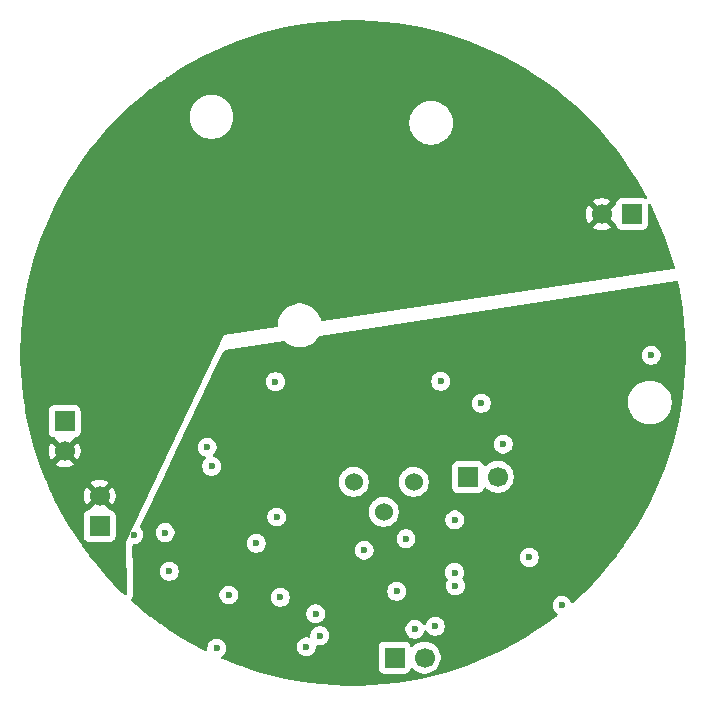
<source format=gbr>
%TF.GenerationSoftware,KiCad,Pcbnew,9.0.7-9.0.7~ubuntu22.04.1*%
%TF.CreationDate,2026-01-21T12:36:38+05:30*%
%TF.ProjectId,HV_POWER_SUPPLY_NEWSHAPE,48565f50-4f57-4455-925f-535550504c59,V1.0*%
%TF.SameCoordinates,Original*%
%TF.FileFunction,Copper,L3,Inr*%
%TF.FilePolarity,Positive*%
%FSLAX46Y46*%
G04 Gerber Fmt 4.6, Leading zero omitted, Abs format (unit mm)*
G04 Created by KiCad (PCBNEW 9.0.7-9.0.7~ubuntu22.04.1) date 2026-01-21 12:36:38*
%MOMM*%
%LPD*%
G01*
G04 APERTURE LIST*
%TA.AperFunction,ComponentPad*%
%ADD10R,1.700000X1.700000*%
%TD*%
%TA.AperFunction,ComponentPad*%
%ADD11C,1.700000*%
%TD*%
%TA.AperFunction,ComponentPad*%
%ADD12C,1.524003*%
%TD*%
%TA.AperFunction,ViaPad*%
%ADD13C,0.600000*%
%TD*%
G04 APERTURE END LIST*
D10*
%TO.N,IO_VREF*%
%TO.C,J1*%
X154500000Y-116250000D03*
D11*
%TO.N,GND*%
X154500000Y-113710000D03*
%TD*%
D10*
%TO.N,Net-(J5-Pin_1)*%
%TO.C,J5*%
X199565000Y-89860000D03*
D11*
%TO.N,GND*%
X197025000Y-89860000D03*
%TD*%
D10*
%TO.N,/Page 2/HV_PG*%
%TO.C,J4*%
X179475000Y-127400000D03*
D11*
%TO.N,GND*%
X182015000Y-127400000D03*
%TD*%
D12*
%TO.N,Net-(R11-Pad2)*%
%TO.C,R9*%
X181100000Y-112529997D03*
%TO.N,POT_METER*%
X178559995Y-115070003D03*
%TO.N,Net-(R10-Pad1)*%
X176019990Y-112529997D03*
%TD*%
D10*
%TO.N,SYS_5V*%
%TO.C,J2*%
X151540000Y-107390000D03*
D11*
%TO.N,GND*%
X151540000Y-109930000D03*
%TD*%
D10*
%TO.N,/Page 2/DETECT_OUTPUT*%
%TO.C,J3*%
X185675000Y-112100000D03*
D11*
%TO.N,GND*%
X188215000Y-112100000D03*
%TD*%
D13*
%TO.N,GND*%
X166623438Y-79225000D03*
X195350000Y-81600000D03*
X164351471Y-76300000D03*
X198405000Y-88075000D03*
X170300000Y-74350000D03*
X167526562Y-78425000D03*
X160225000Y-79225000D03*
X199750000Y-87275000D03*
X193425000Y-80775000D03*
X168675000Y-74800000D03*
X177581250Y-78425000D03*
X196837500Y-84775000D03*
X199125000Y-86325000D03*
X184800000Y-75325000D03*
X184000000Y-75075000D03*
X195800000Y-84775000D03*
X164414200Y-126619000D03*
X162053125Y-79225000D03*
X186817000Y-105867200D03*
X156083000Y-110236000D03*
X178495312Y-78425000D03*
X186732813Y-79225000D03*
X165537500Y-77500000D03*
X161139063Y-79225000D03*
X184581800Y-115747800D03*
X193356250Y-82450000D03*
X162956250Y-78425000D03*
X200075000Y-88075000D03*
X185818750Y-79225000D03*
X180350000Y-74175000D03*
X165450000Y-122100000D03*
X185500000Y-75600000D03*
X175592187Y-77500000D03*
X160045400Y-116814600D03*
X168451563Y-79225000D03*
X182918100Y-124752100D03*
X192706250Y-81600000D03*
X180162500Y-77500000D03*
X163881250Y-79225000D03*
X164623437Y-77500000D03*
X186975000Y-76150000D03*
X189475000Y-79225000D03*
X177592188Y-79225000D03*
X180334375Y-79225000D03*
X189450000Y-77550000D03*
X193300000Y-84025000D03*
X165709375Y-79225000D03*
X187475000Y-77500000D03*
X162967188Y-79225000D03*
X194262500Y-82450000D03*
X175191176Y-73825000D03*
X195350000Y-84025000D03*
X183076563Y-79225000D03*
X184632600Y-121310400D03*
X176667187Y-78425000D03*
X163709375Y-77500000D03*
X176858824Y-73900000D03*
X166950000Y-75325000D03*
X176025000Y-73900000D03*
X182151562Y-78425000D03*
X173151800Y-125552200D03*
X194800000Y-86325000D03*
X198450000Y-85450000D03*
X167537500Y-79225000D03*
X181825000Y-74525000D03*
X173010937Y-78425000D03*
X168440625Y-78425000D03*
X179420313Y-79225000D03*
X190250000Y-78325000D03*
X192925000Y-83200000D03*
X192569261Y-79860741D03*
X166612500Y-78425000D03*
X183818750Y-77500000D03*
X162450000Y-102850000D03*
X196530000Y-86325000D03*
X172850000Y-77500000D03*
X173764062Y-77500000D03*
X188500000Y-76875000D03*
X174357353Y-73900000D03*
X155194000Y-109829600D03*
X189464062Y-78425000D03*
X175753125Y-78425000D03*
X193868750Y-83200000D03*
X190881000Y-118922800D03*
X172107813Y-79225000D03*
X186225000Y-75850000D03*
X193391391Y-79860741D03*
X181100000Y-74300000D03*
X169365625Y-79225000D03*
X194350000Y-80725000D03*
X183990625Y-79225000D03*
X195625000Y-87250000D03*
X199240000Y-88075000D03*
X192450000Y-82450000D03*
X170107812Y-77500000D03*
X183388000Y-104013000D03*
X194468750Y-81600000D03*
X164795313Y-79225000D03*
X171125000Y-74175000D03*
X188560938Y-79225000D03*
X173925000Y-78425000D03*
X164784375Y-78425000D03*
X167825000Y-75025000D03*
X196700000Y-83200000D03*
X196735000Y-88075000D03*
X191825000Y-81600000D03*
X163870312Y-78425000D03*
X196075000Y-82450000D03*
X174678125Y-77500000D03*
X178334375Y-77500000D03*
X172096875Y-78425000D03*
X198260000Y-86325000D03*
X169392600Y-104038400D03*
X171021875Y-77500000D03*
X169525000Y-74500000D03*
X157403800Y-116992400D03*
X179654200Y-121793000D03*
X166150000Y-75575000D03*
X190350000Y-79225000D03*
X170268750Y-78425000D03*
X165698437Y-78425000D03*
X165250000Y-75900000D03*
X162026600Y-77495400D03*
X196350000Y-85450000D03*
X174839062Y-78425000D03*
X197875000Y-84775000D03*
X171182812Y-78425000D03*
X191747130Y-79860741D03*
X171193750Y-79225000D03*
X169354687Y-78425000D03*
X175764063Y-79225000D03*
X181990625Y-77500000D03*
X161250000Y-77975000D03*
X193725000Y-84775000D03*
X173523529Y-73925000D03*
X188675000Y-109325000D03*
X183065625Y-78425000D03*
X198718750Y-87225000D03*
X170279688Y-79225000D03*
X178506250Y-79225000D03*
X184904688Y-79225000D03*
X176678125Y-79225000D03*
X172000000Y-74050000D03*
X187635937Y-78425000D03*
X160350000Y-78525000D03*
X168279687Y-77500000D03*
X191300000Y-79075000D03*
X197687500Y-87225000D03*
X184893750Y-78425000D03*
X195168750Y-82450000D03*
X183979687Y-78425000D03*
X167365625Y-77500000D03*
X191575000Y-80875000D03*
X192500000Y-80800000D03*
X186721875Y-78425000D03*
X196375000Y-84025000D03*
X177420312Y-77500000D03*
X188450000Y-77600000D03*
X180323437Y-78425000D03*
X179350000Y-74050000D03*
X152000000Y-113000000D03*
X187646875Y-79225000D03*
X187700000Y-76525000D03*
X179409375Y-78425000D03*
X166451562Y-77500000D03*
X197395000Y-86325000D03*
X173935938Y-79225000D03*
X193587500Y-81600000D03*
X171935937Y-77500000D03*
X191125000Y-78275000D03*
X154203400Y-110617000D03*
X183250000Y-74825000D03*
X182904687Y-77500000D03*
X169193750Y-77500000D03*
X197400000Y-85450000D03*
X163600000Y-109600000D03*
X185807812Y-78425000D03*
X195756250Y-83200000D03*
X174850000Y-79225000D03*
X162683824Y-77175000D03*
X193649600Y-122986800D03*
X178550000Y-73950000D03*
X194325000Y-84025000D03*
X173021875Y-79225000D03*
X186560937Y-77500000D03*
X192225000Y-79075000D03*
X194762500Y-84775000D03*
X167767000Y-117729000D03*
X177725000Y-73900000D03*
X190925000Y-79860741D03*
X181248438Y-79225000D03*
X182162500Y-79225000D03*
X194812500Y-83200000D03*
X195665000Y-86325000D03*
X188550000Y-78425000D03*
X185646875Y-77500000D03*
X181076562Y-77500000D03*
X160400000Y-120100000D03*
X194250000Y-85450000D03*
X180441600Y-117348000D03*
X196656250Y-87225000D03*
X182525000Y-74675000D03*
X184732812Y-77500000D03*
X197400000Y-84025000D03*
X181237500Y-78425000D03*
X179248437Y-77500000D03*
X162042187Y-78425000D03*
X176506250Y-77500000D03*
X172775000Y-73950000D03*
X197570000Y-88075000D03*
X163517647Y-76700000D03*
X195900000Y-88100000D03*
X195300000Y-85450000D03*
%TO.N,SYS_5V*%
X164000000Y-111200000D03*
%TO.N,GEIGER_DETECTB*%
X201200000Y-101800000D03*
X169800000Y-122300000D03*
%TO.N,IO_VREF*%
X191600000Y-121450000D03*
X197400000Y-99200000D03*
X197500000Y-101300000D03*
X159100000Y-123500000D03*
X196500000Y-118750000D03*
X164400000Y-125600000D03*
%TO.N,POT_METER*%
X172800000Y-123700000D03*
X176900000Y-118300000D03*
%TO.N,/Page 2/DETECT_OUTPUT*%
X172000000Y-126500000D03*
X184550000Y-120200000D03*
%TO.N,Net-(U5A-IN-)*%
X169500000Y-115500000D03*
X181200000Y-125000000D03*
%TD*%
%TA.AperFunction,Conductor*%
%TO.N,IO_VREF*%
G36*
X203408634Y-95511256D02*
G01*
X203461894Y-95556479D01*
X203479148Y-95596969D01*
X203537707Y-95853530D01*
X203538654Y-95858070D01*
X203733660Y-96888708D01*
X203734437Y-96893280D01*
X203890775Y-97930510D01*
X203891380Y-97935107D01*
X204008823Y-98977442D01*
X204009256Y-98982059D01*
X204087643Y-100028064D01*
X204087903Y-100032694D01*
X204127124Y-101080886D01*
X204127211Y-101085523D01*
X204127211Y-102134476D01*
X204127124Y-102139113D01*
X204087903Y-103187305D01*
X204087643Y-103191935D01*
X204009256Y-104237940D01*
X204008823Y-104242557D01*
X203891380Y-105284892D01*
X203890775Y-105289489D01*
X203734437Y-106326719D01*
X203733660Y-106331291D01*
X203538654Y-107361929D01*
X203537707Y-107366469D01*
X203304296Y-108389106D01*
X203303180Y-108393607D01*
X203031692Y-109406814D01*
X203030408Y-109411270D01*
X202721235Y-110413586D01*
X202719786Y-110417991D01*
X202373332Y-111408102D01*
X202371718Y-111412449D01*
X201988516Y-112388830D01*
X201986742Y-112393115D01*
X201567268Y-113354559D01*
X201565334Y-113358774D01*
X201110216Y-114303836D01*
X201108126Y-114307975D01*
X200618001Y-115235337D01*
X200615758Y-115239396D01*
X200091290Y-116147801D01*
X200088897Y-116151773D01*
X199530830Y-117039932D01*
X199528290Y-117043812D01*
X198937392Y-117910500D01*
X198934708Y-117914282D01*
X198311836Y-118758244D01*
X198309013Y-118761923D01*
X197655008Y-119582019D01*
X197652058Y-119585579D01*
X196967818Y-120380680D01*
X196964747Y-120384116D01*
X196251303Y-121153026D01*
X196248086Y-121156366D01*
X195506366Y-121898086D01*
X195503026Y-121901303D01*
X194734118Y-122614745D01*
X194730660Y-122617836D01*
X194589655Y-122739180D01*
X194526001Y-122767988D01*
X194456877Y-122757809D01*
X194404229Y-122711875D01*
X194394211Y-122692643D01*
X194358997Y-122607626D01*
X194358990Y-122607614D01*
X194271389Y-122476511D01*
X194271386Y-122476507D01*
X194159892Y-122365013D01*
X194159888Y-122365010D01*
X194028785Y-122277409D01*
X194028772Y-122277402D01*
X193883101Y-122217064D01*
X193883089Y-122217061D01*
X193728445Y-122186300D01*
X193728442Y-122186300D01*
X193570758Y-122186300D01*
X193570755Y-122186300D01*
X193416110Y-122217061D01*
X193416098Y-122217064D01*
X193270427Y-122277402D01*
X193270414Y-122277409D01*
X193139311Y-122365010D01*
X193139307Y-122365013D01*
X193027813Y-122476507D01*
X193027810Y-122476511D01*
X192940209Y-122607614D01*
X192940202Y-122607627D01*
X192879864Y-122753298D01*
X192879861Y-122753310D01*
X192849100Y-122907953D01*
X192849100Y-123065646D01*
X192879861Y-123220289D01*
X192879864Y-123220301D01*
X192940202Y-123365972D01*
X192940209Y-123365985D01*
X193027810Y-123497088D01*
X193027813Y-123497092D01*
X193139307Y-123608586D01*
X193139315Y-123608592D01*
X193222424Y-123664124D01*
X193240246Y-123685449D01*
X193260497Y-123704497D01*
X193262343Y-123711889D01*
X193267230Y-123717736D01*
X193270693Y-123745313D01*
X193277431Y-123772283D01*
X193274987Y-123779501D01*
X193275937Y-123787061D01*
X193263942Y-123812132D01*
X193255029Y-123838464D01*
X193247529Y-123846436D01*
X193245783Y-123850088D01*
X193230847Y-123864173D01*
X193111923Y-123959013D01*
X193108244Y-123961836D01*
X192264282Y-124584708D01*
X192260500Y-124587392D01*
X191393812Y-125178290D01*
X191389932Y-125180830D01*
X190501773Y-125738897D01*
X190497801Y-125741290D01*
X189589396Y-126265758D01*
X189585337Y-126268001D01*
X188657975Y-126758126D01*
X188653836Y-126760216D01*
X187708774Y-127215334D01*
X187704559Y-127217268D01*
X186743115Y-127636742D01*
X186738830Y-127638516D01*
X185762449Y-128021718D01*
X185758102Y-128023332D01*
X184767991Y-128369786D01*
X184763586Y-128371235D01*
X183761270Y-128680408D01*
X183756814Y-128681692D01*
X182743607Y-128953180D01*
X182739106Y-128954296D01*
X181716469Y-129187707D01*
X181711929Y-129188654D01*
X180681291Y-129383660D01*
X180676719Y-129384437D01*
X179639489Y-129540775D01*
X179634892Y-129541380D01*
X178592557Y-129658823D01*
X178587940Y-129659256D01*
X177541935Y-129737643D01*
X177537305Y-129737903D01*
X176530856Y-129775562D01*
X176489111Y-129777124D01*
X176484476Y-129777211D01*
X175435524Y-129777211D01*
X175430888Y-129777124D01*
X175387100Y-129775485D01*
X174382694Y-129737903D01*
X174378064Y-129737643D01*
X173332059Y-129659256D01*
X173327442Y-129658823D01*
X172285107Y-129541380D01*
X172280510Y-129540775D01*
X171243280Y-129384437D01*
X171238708Y-129383660D01*
X170208070Y-129188654D01*
X170203530Y-129187707D01*
X169180893Y-128954296D01*
X169176392Y-128953180D01*
X168163185Y-128681692D01*
X168158729Y-128680408D01*
X167156413Y-128371235D01*
X167152008Y-128369786D01*
X166521666Y-128149220D01*
X166161890Y-128023329D01*
X166157550Y-128021718D01*
X165181169Y-127638516D01*
X165176885Y-127636742D01*
X164873624Y-127504431D01*
X164820049Y-127459580D01*
X164799228Y-127392885D01*
X164817770Y-127325521D01*
X164854320Y-127287675D01*
X164896709Y-127259350D01*
X164924489Y-127240789D01*
X165035989Y-127129289D01*
X165123594Y-126998179D01*
X165183937Y-126852497D01*
X165214700Y-126697842D01*
X165214700Y-126540158D01*
X165214700Y-126540155D01*
X165214699Y-126540153D01*
X165194630Y-126439257D01*
X165191029Y-126421153D01*
X171199500Y-126421153D01*
X171199500Y-126578846D01*
X171230261Y-126733489D01*
X171230264Y-126733501D01*
X171290602Y-126879172D01*
X171290609Y-126879185D01*
X171378210Y-127010288D01*
X171378213Y-127010292D01*
X171489707Y-127121786D01*
X171489711Y-127121789D01*
X171620814Y-127209390D01*
X171620827Y-127209397D01*
X171766498Y-127269735D01*
X171766503Y-127269737D01*
X171887038Y-127293713D01*
X171921153Y-127300499D01*
X171921156Y-127300500D01*
X171921158Y-127300500D01*
X172078844Y-127300500D01*
X172078845Y-127300499D01*
X172233497Y-127269737D01*
X172362398Y-127216345D01*
X172379172Y-127209397D01*
X172379172Y-127209396D01*
X172379179Y-127209394D01*
X172510289Y-127121789D01*
X172621789Y-127010289D01*
X172709394Y-126879179D01*
X172769737Y-126733497D01*
X172800500Y-126578842D01*
X172800500Y-126502135D01*
X178124500Y-126502135D01*
X178124500Y-128297870D01*
X178124501Y-128297876D01*
X178130908Y-128357483D01*
X178181202Y-128492328D01*
X178181206Y-128492335D01*
X178267452Y-128607544D01*
X178267455Y-128607547D01*
X178382664Y-128693793D01*
X178382671Y-128693797D01*
X178517517Y-128744091D01*
X178517516Y-128744091D01*
X178524444Y-128744835D01*
X178577127Y-128750500D01*
X180372872Y-128750499D01*
X180432483Y-128744091D01*
X180567331Y-128693796D01*
X180682546Y-128607546D01*
X180768796Y-128492331D01*
X180817810Y-128360916D01*
X180859681Y-128304984D01*
X180925145Y-128280566D01*
X180993418Y-128295417D01*
X181021673Y-128316569D01*
X181135213Y-128430109D01*
X181307179Y-128555048D01*
X181307181Y-128555049D01*
X181307184Y-128555051D01*
X181496588Y-128651557D01*
X181698757Y-128717246D01*
X181908713Y-128750500D01*
X181908714Y-128750500D01*
X182121286Y-128750500D01*
X182121287Y-128750500D01*
X182331243Y-128717246D01*
X182533412Y-128651557D01*
X182722816Y-128555051D01*
X182809138Y-128492335D01*
X182894786Y-128430109D01*
X182894788Y-128430106D01*
X182894792Y-128430104D01*
X183045104Y-128279792D01*
X183045106Y-128279788D01*
X183045109Y-128279786D01*
X183170048Y-128107820D01*
X183170047Y-128107820D01*
X183170051Y-128107816D01*
X183266557Y-127918412D01*
X183332246Y-127716243D01*
X183365500Y-127506287D01*
X183365500Y-127293713D01*
X183332246Y-127083757D01*
X183266557Y-126881588D01*
X183170051Y-126692184D01*
X183170049Y-126692181D01*
X183170048Y-126692179D01*
X183045109Y-126520213D01*
X182894786Y-126369890D01*
X182722820Y-126244951D01*
X182533414Y-126148444D01*
X182533413Y-126148443D01*
X182533412Y-126148443D01*
X182331243Y-126082754D01*
X182331241Y-126082753D01*
X182331240Y-126082753D01*
X182169957Y-126057208D01*
X182121287Y-126049500D01*
X181908713Y-126049500D01*
X181860042Y-126057208D01*
X181698760Y-126082753D01*
X181496585Y-126148444D01*
X181307179Y-126244951D01*
X181135215Y-126369889D01*
X181021673Y-126483431D01*
X180960350Y-126516915D01*
X180890658Y-126511931D01*
X180834725Y-126470059D01*
X180817810Y-126439082D01*
X180768797Y-126307671D01*
X180768793Y-126307664D01*
X180682547Y-126192455D01*
X180682544Y-126192452D01*
X180567335Y-126106206D01*
X180567328Y-126106202D01*
X180432482Y-126055908D01*
X180432483Y-126055908D01*
X180372883Y-126049501D01*
X180372881Y-126049500D01*
X180372873Y-126049500D01*
X180372864Y-126049500D01*
X178577129Y-126049500D01*
X178577123Y-126049501D01*
X178517516Y-126055908D01*
X178382671Y-126106202D01*
X178382664Y-126106206D01*
X178267455Y-126192452D01*
X178267452Y-126192455D01*
X178181206Y-126307664D01*
X178181202Y-126307671D01*
X178130908Y-126442517D01*
X178124501Y-126502116D01*
X178124500Y-126502135D01*
X172800500Y-126502135D01*
X172800500Y-126449599D01*
X172820185Y-126382560D01*
X172872989Y-126336805D01*
X172942147Y-126326861D01*
X172948692Y-126327982D01*
X173072955Y-126352700D01*
X173072958Y-126352700D01*
X173230644Y-126352700D01*
X173230645Y-126352699D01*
X173385297Y-126321937D01*
X173530979Y-126261594D01*
X173662089Y-126173989D01*
X173773589Y-126062489D01*
X173861194Y-125931379D01*
X173921537Y-125785697D01*
X173952300Y-125631042D01*
X173952300Y-125473358D01*
X173952300Y-125473355D01*
X173952299Y-125473353D01*
X173949939Y-125461490D01*
X173921537Y-125318703D01*
X173904015Y-125276400D01*
X173861197Y-125173027D01*
X173861190Y-125173014D01*
X173773589Y-125041911D01*
X173773586Y-125041907D01*
X173662092Y-124930413D01*
X173662088Y-124930410D01*
X173648234Y-124921153D01*
X180399500Y-124921153D01*
X180399500Y-125078846D01*
X180430261Y-125233489D01*
X180430264Y-125233501D01*
X180490602Y-125379172D01*
X180490609Y-125379185D01*
X180578210Y-125510288D01*
X180578213Y-125510292D01*
X180689707Y-125621786D01*
X180689711Y-125621789D01*
X180820814Y-125709390D01*
X180820827Y-125709397D01*
X180897825Y-125741290D01*
X180966503Y-125769737D01*
X181094257Y-125795149D01*
X181121153Y-125800499D01*
X181121156Y-125800500D01*
X181121158Y-125800500D01*
X181278844Y-125800500D01*
X181278845Y-125800499D01*
X181433497Y-125769737D01*
X181579179Y-125709394D01*
X181710289Y-125621789D01*
X181821789Y-125510289D01*
X181909394Y-125379179D01*
X181911587Y-125373886D01*
X181957768Y-125262392D01*
X181969737Y-125233497D01*
X181981822Y-125172738D01*
X182014206Y-125110831D01*
X182074921Y-125076256D01*
X182144691Y-125079995D01*
X182201363Y-125120861D01*
X182206541Y-125128041D01*
X182296310Y-125262388D01*
X182296313Y-125262392D01*
X182407807Y-125373886D01*
X182407811Y-125373889D01*
X182538914Y-125461490D01*
X182538927Y-125461497D01*
X182684598Y-125521835D01*
X182684603Y-125521837D01*
X182839253Y-125552599D01*
X182839256Y-125552600D01*
X182839258Y-125552600D01*
X182996944Y-125552600D01*
X182996945Y-125552599D01*
X183151597Y-125521837D01*
X183297279Y-125461494D01*
X183428389Y-125373889D01*
X183539889Y-125262389D01*
X183627494Y-125131279D01*
X183687837Y-124985597D01*
X183718600Y-124830942D01*
X183718600Y-124673258D01*
X183718600Y-124673255D01*
X183718599Y-124673253D01*
X183708171Y-124620827D01*
X183687837Y-124518603D01*
X183667596Y-124469737D01*
X183627497Y-124372927D01*
X183627490Y-124372914D01*
X183539889Y-124241811D01*
X183539886Y-124241807D01*
X183428392Y-124130313D01*
X183428388Y-124130310D01*
X183297285Y-124042709D01*
X183297272Y-124042702D01*
X183151601Y-123982364D01*
X183151589Y-123982361D01*
X182996945Y-123951600D01*
X182996942Y-123951600D01*
X182839258Y-123951600D01*
X182839255Y-123951600D01*
X182684610Y-123982361D01*
X182684598Y-123982364D01*
X182538927Y-124042702D01*
X182538914Y-124042709D01*
X182407811Y-124130310D01*
X182407807Y-124130313D01*
X182296313Y-124241807D01*
X182296310Y-124241811D01*
X182208709Y-124372914D01*
X182208702Y-124372927D01*
X182148364Y-124518598D01*
X182148361Y-124518608D01*
X182136277Y-124579359D01*
X182103892Y-124641270D01*
X182043176Y-124675844D01*
X181973406Y-124672103D01*
X181916734Y-124631237D01*
X181911558Y-124624058D01*
X181821789Y-124489711D01*
X181821786Y-124489707D01*
X181710292Y-124378213D01*
X181710288Y-124378210D01*
X181579185Y-124290609D01*
X181579172Y-124290602D01*
X181433501Y-124230264D01*
X181433489Y-124230261D01*
X181278845Y-124199500D01*
X181278842Y-124199500D01*
X181121158Y-124199500D01*
X181121155Y-124199500D01*
X180966510Y-124230261D01*
X180966498Y-124230264D01*
X180820827Y-124290602D01*
X180820814Y-124290609D01*
X180689711Y-124378210D01*
X180689707Y-124378213D01*
X180578213Y-124489707D01*
X180578210Y-124489711D01*
X180490609Y-124620814D01*
X180490602Y-124620827D01*
X180430264Y-124766498D01*
X180430261Y-124766510D01*
X180399500Y-124921153D01*
X173648234Y-124921153D01*
X173530985Y-124842809D01*
X173530972Y-124842802D01*
X173385301Y-124782464D01*
X173385289Y-124782461D01*
X173230645Y-124751700D01*
X173230642Y-124751700D01*
X173072958Y-124751700D01*
X173072955Y-124751700D01*
X172918310Y-124782461D01*
X172918298Y-124782464D01*
X172772627Y-124842802D01*
X172772614Y-124842809D01*
X172641511Y-124930410D01*
X172641507Y-124930413D01*
X172530013Y-125041907D01*
X172530010Y-125041911D01*
X172442409Y-125173014D01*
X172442402Y-125173027D01*
X172382064Y-125318698D01*
X172382061Y-125318710D01*
X172351300Y-125473353D01*
X172351300Y-125602600D01*
X172331615Y-125669639D01*
X172278811Y-125715394D01*
X172209653Y-125725338D01*
X172203109Y-125724217D01*
X172078846Y-125699500D01*
X172078842Y-125699500D01*
X171921158Y-125699500D01*
X171921155Y-125699500D01*
X171766510Y-125730261D01*
X171766498Y-125730264D01*
X171620827Y-125790602D01*
X171620814Y-125790609D01*
X171489711Y-125878210D01*
X171489707Y-125878213D01*
X171378213Y-125989707D01*
X171378210Y-125989711D01*
X171290609Y-126120814D01*
X171290602Y-126120827D01*
X171230264Y-126266498D01*
X171230261Y-126266510D01*
X171199500Y-126421153D01*
X165191029Y-126421153D01*
X165183938Y-126385508D01*
X165183937Y-126385507D01*
X165183937Y-126385503D01*
X165182718Y-126382560D01*
X165123597Y-126239827D01*
X165123590Y-126239814D01*
X165035989Y-126108711D01*
X165035986Y-126108707D01*
X164924492Y-125997213D01*
X164924488Y-125997210D01*
X164793385Y-125909609D01*
X164793372Y-125909602D01*
X164647701Y-125849264D01*
X164647689Y-125849261D01*
X164493045Y-125818500D01*
X164493042Y-125818500D01*
X164335358Y-125818500D01*
X164335355Y-125818500D01*
X164180710Y-125849261D01*
X164180698Y-125849264D01*
X164035027Y-125909602D01*
X164035014Y-125909609D01*
X163903911Y-125997210D01*
X163903907Y-125997213D01*
X163792413Y-126108707D01*
X163792410Y-126108711D01*
X163704809Y-126239814D01*
X163704802Y-126239827D01*
X163644464Y-126385498D01*
X163644461Y-126385510D01*
X163613700Y-126540153D01*
X163613700Y-126697842D01*
X163615757Y-126708185D01*
X163614542Y-126721756D01*
X163618113Y-126734904D01*
X163611488Y-126755872D01*
X163609528Y-126777776D01*
X163601169Y-126788535D01*
X163597065Y-126801528D01*
X163580154Y-126815587D01*
X163566664Y-126832953D01*
X163553816Y-126837485D01*
X163543339Y-126846196D01*
X163521510Y-126848880D01*
X163500774Y-126856196D01*
X163486035Y-126853244D01*
X163473992Y-126854726D01*
X163440337Y-126844094D01*
X163426613Y-126837485D01*
X163324968Y-126788535D01*
X163266163Y-126760216D01*
X163262024Y-126758126D01*
X162334662Y-126268001D01*
X162330603Y-126265758D01*
X161422198Y-125741290D01*
X161418226Y-125738897D01*
X160659872Y-125262392D01*
X160530060Y-125180825D01*
X160526187Y-125178290D01*
X160457243Y-125131285D01*
X160034122Y-124842806D01*
X159659499Y-124587392D01*
X159655717Y-124584708D01*
X159191108Y-124241811D01*
X158811735Y-123961821D01*
X158808096Y-123959028D01*
X158384414Y-123621153D01*
X171999500Y-123621153D01*
X171999500Y-123778846D01*
X172030261Y-123933489D01*
X172030264Y-123933501D01*
X172090602Y-124079172D01*
X172090609Y-124079185D01*
X172178210Y-124210288D01*
X172178213Y-124210292D01*
X172289707Y-124321786D01*
X172289711Y-124321789D01*
X172420814Y-124409390D01*
X172420827Y-124409397D01*
X172566498Y-124469735D01*
X172566503Y-124469737D01*
X172721153Y-124500499D01*
X172721156Y-124500500D01*
X172721158Y-124500500D01*
X172878844Y-124500500D01*
X172878845Y-124500499D01*
X173033497Y-124469737D01*
X173179179Y-124409394D01*
X173310289Y-124321789D01*
X173421789Y-124210289D01*
X173509394Y-124079179D01*
X173569737Y-123933497D01*
X173600500Y-123778842D01*
X173600500Y-123621158D01*
X173600500Y-123621155D01*
X173600499Y-123621153D01*
X173597999Y-123608586D01*
X173569737Y-123466503D01*
X173569735Y-123466498D01*
X173509397Y-123320827D01*
X173509390Y-123320814D01*
X173421789Y-123189711D01*
X173421786Y-123189707D01*
X173310292Y-123078213D01*
X173310288Y-123078210D01*
X173179185Y-122990609D01*
X173179172Y-122990602D01*
X173033501Y-122930264D01*
X173033489Y-122930261D01*
X172878845Y-122899500D01*
X172878842Y-122899500D01*
X172721158Y-122899500D01*
X172721155Y-122899500D01*
X172566510Y-122930261D01*
X172566498Y-122930264D01*
X172420827Y-122990602D01*
X172420814Y-122990609D01*
X172289711Y-123078210D01*
X172289707Y-123078213D01*
X172178213Y-123189707D01*
X172178210Y-123189711D01*
X172090609Y-123320814D01*
X172090602Y-123320827D01*
X172030264Y-123466498D01*
X172030261Y-123466510D01*
X171999500Y-123621153D01*
X158384414Y-123621153D01*
X157987974Y-123305003D01*
X157984409Y-123302049D01*
X157189355Y-122617849D01*
X157185903Y-122614765D01*
X157177098Y-122606595D01*
X157141342Y-122546571D01*
X157143713Y-122476742D01*
X157166490Y-122435937D01*
X157247815Y-122339136D01*
X157305581Y-122207361D01*
X157324240Y-122140029D01*
X157324240Y-122140028D01*
X157324242Y-122140010D01*
X157325192Y-122133021D01*
X157325247Y-122132174D01*
X157333669Y-122066498D01*
X157339483Y-122021153D01*
X164649500Y-122021153D01*
X164649500Y-122178846D01*
X164680261Y-122333489D01*
X164680264Y-122333501D01*
X164740602Y-122479172D01*
X164740609Y-122479185D01*
X164828210Y-122610288D01*
X164828213Y-122610292D01*
X164939707Y-122721786D01*
X164939711Y-122721789D01*
X165070814Y-122809390D01*
X165070827Y-122809397D01*
X165208427Y-122866392D01*
X165216503Y-122869737D01*
X165366131Y-122899500D01*
X165371153Y-122900499D01*
X165371156Y-122900500D01*
X165371158Y-122900500D01*
X165528844Y-122900500D01*
X165528845Y-122900499D01*
X165683497Y-122869737D01*
X165829179Y-122809394D01*
X165960289Y-122721789D01*
X166071789Y-122610289D01*
X166159394Y-122479179D01*
X166160404Y-122476742D01*
X166200954Y-122378844D01*
X166219737Y-122333497D01*
X166242083Y-122221158D01*
X166242084Y-122221153D01*
X168999500Y-122221153D01*
X168999500Y-122378846D01*
X169030261Y-122533489D01*
X169030264Y-122533501D01*
X169090602Y-122679172D01*
X169090609Y-122679185D01*
X169178210Y-122810288D01*
X169178213Y-122810292D01*
X169289707Y-122921786D01*
X169289711Y-122921789D01*
X169420814Y-123009390D01*
X169420827Y-123009397D01*
X169556626Y-123065646D01*
X169566503Y-123069737D01*
X169721153Y-123100499D01*
X169721156Y-123100500D01*
X169721158Y-123100500D01*
X169878844Y-123100500D01*
X169878845Y-123100499D01*
X170033497Y-123069737D01*
X170179179Y-123009394D01*
X170310289Y-122921789D01*
X170421789Y-122810289D01*
X170509394Y-122679179D01*
X170569737Y-122533497D01*
X170600500Y-122378842D01*
X170600500Y-122221158D01*
X170600500Y-122221155D01*
X170600499Y-122221153D01*
X170593566Y-122186300D01*
X170569737Y-122066503D01*
X170550955Y-122021158D01*
X170509397Y-121920827D01*
X170509390Y-121920814D01*
X170421790Y-121789712D01*
X170421785Y-121789706D01*
X170346232Y-121714153D01*
X178853700Y-121714153D01*
X178853700Y-121871846D01*
X178884461Y-122026489D01*
X178884464Y-122026501D01*
X178944802Y-122172172D01*
X178944809Y-122172185D01*
X179032410Y-122303288D01*
X179032413Y-122303292D01*
X179143907Y-122414786D01*
X179143911Y-122414789D01*
X179275014Y-122502390D01*
X179275027Y-122502397D01*
X179420698Y-122562735D01*
X179420703Y-122562737D01*
X179575353Y-122593499D01*
X179575356Y-122593500D01*
X179575358Y-122593500D01*
X179733044Y-122593500D01*
X179733045Y-122593499D01*
X179887697Y-122562737D01*
X180033379Y-122502394D01*
X180164489Y-122414789D01*
X180275989Y-122303289D01*
X180363594Y-122172179D01*
X180423937Y-122026497D01*
X180454700Y-121871842D01*
X180454700Y-121714158D01*
X180454700Y-121714155D01*
X180454699Y-121714153D01*
X180449811Y-121689579D01*
X180423937Y-121559503D01*
X180423935Y-121559498D01*
X180363597Y-121413827D01*
X180363590Y-121413814D01*
X180275989Y-121282711D01*
X180275986Y-121282707D01*
X180164492Y-121171213D01*
X180164488Y-121171210D01*
X180033385Y-121083609D01*
X180033372Y-121083602D01*
X179887701Y-121023264D01*
X179887689Y-121023261D01*
X179733045Y-120992500D01*
X179733042Y-120992500D01*
X179575358Y-120992500D01*
X179575355Y-120992500D01*
X179420710Y-121023261D01*
X179420698Y-121023264D01*
X179275027Y-121083602D01*
X179275014Y-121083609D01*
X179143911Y-121171210D01*
X179143907Y-121171213D01*
X179032413Y-121282707D01*
X179032410Y-121282711D01*
X178944809Y-121413814D01*
X178944802Y-121413827D01*
X178884464Y-121559498D01*
X178884461Y-121559510D01*
X178853700Y-121714153D01*
X170346232Y-121714153D01*
X170310292Y-121678213D01*
X170310288Y-121678210D01*
X170179185Y-121590609D01*
X170179172Y-121590602D01*
X170033501Y-121530264D01*
X170033489Y-121530261D01*
X169878845Y-121499500D01*
X169878842Y-121499500D01*
X169721158Y-121499500D01*
X169721155Y-121499500D01*
X169566510Y-121530261D01*
X169566498Y-121530264D01*
X169420827Y-121590602D01*
X169420814Y-121590609D01*
X169289711Y-121678210D01*
X169289707Y-121678213D01*
X169178213Y-121789707D01*
X169178210Y-121789711D01*
X169090609Y-121920814D01*
X169090602Y-121920827D01*
X169030264Y-122066498D01*
X169030261Y-122066510D01*
X168999500Y-122221153D01*
X166242084Y-122221153D01*
X166248107Y-122190875D01*
X166248107Y-122190874D01*
X166250500Y-122178844D01*
X166250500Y-122021155D01*
X166250499Y-122021153D01*
X166230543Y-121920827D01*
X166219737Y-121866503D01*
X166200762Y-121820692D01*
X166159397Y-121720827D01*
X166159390Y-121720814D01*
X166071789Y-121589711D01*
X166071786Y-121589707D01*
X165960292Y-121478213D01*
X165960288Y-121478210D01*
X165829185Y-121390609D01*
X165829172Y-121390602D01*
X165683501Y-121330264D01*
X165683489Y-121330261D01*
X165528845Y-121299500D01*
X165528842Y-121299500D01*
X165371158Y-121299500D01*
X165371155Y-121299500D01*
X165216510Y-121330261D01*
X165216498Y-121330264D01*
X165070827Y-121390602D01*
X165070814Y-121390609D01*
X164939711Y-121478210D01*
X164939707Y-121478213D01*
X164828213Y-121589707D01*
X164828210Y-121589711D01*
X164740609Y-121720814D01*
X164740602Y-121720827D01*
X164680264Y-121866498D01*
X164680261Y-121866510D01*
X164649500Y-122021153D01*
X157339483Y-122021153D01*
X157342540Y-121997316D01*
X157312369Y-120021153D01*
X159599500Y-120021153D01*
X159599500Y-120178846D01*
X159630261Y-120333489D01*
X159630264Y-120333501D01*
X159690602Y-120479172D01*
X159690609Y-120479185D01*
X159778210Y-120610288D01*
X159778213Y-120610292D01*
X159889707Y-120721786D01*
X159889711Y-120721789D01*
X160020814Y-120809390D01*
X160020827Y-120809397D01*
X160130533Y-120854838D01*
X160166503Y-120869737D01*
X160321153Y-120900499D01*
X160321156Y-120900500D01*
X160321158Y-120900500D01*
X160478844Y-120900500D01*
X160478845Y-120900499D01*
X160633497Y-120869737D01*
X160779179Y-120809394D01*
X160910289Y-120721789D01*
X161021789Y-120610289D01*
X161109394Y-120479179D01*
X161169737Y-120333497D01*
X161200500Y-120178842D01*
X161200500Y-120121153D01*
X183749500Y-120121153D01*
X183749500Y-120278846D01*
X183780261Y-120433489D01*
X183780264Y-120433501D01*
X183840602Y-120579172D01*
X183840609Y-120579185D01*
X183928210Y-120710288D01*
X183928213Y-120710292D01*
X183941744Y-120723823D01*
X183975229Y-120785146D01*
X183970245Y-120854838D01*
X183957166Y-120880393D01*
X183923211Y-120931211D01*
X183923202Y-120931227D01*
X183862864Y-121076898D01*
X183862861Y-121076910D01*
X183832100Y-121231553D01*
X183832100Y-121389246D01*
X183862861Y-121543889D01*
X183862864Y-121543901D01*
X183923202Y-121689572D01*
X183923209Y-121689585D01*
X184010810Y-121820688D01*
X184010813Y-121820692D01*
X184122307Y-121932186D01*
X184122311Y-121932189D01*
X184253414Y-122019790D01*
X184253427Y-122019797D01*
X184366175Y-122066498D01*
X184399103Y-122080137D01*
X184553753Y-122110899D01*
X184553756Y-122110900D01*
X184553758Y-122110900D01*
X184711444Y-122110900D01*
X184711445Y-122110899D01*
X184866097Y-122080137D01*
X184995587Y-122026501D01*
X185011772Y-122019797D01*
X185011772Y-122019796D01*
X185011779Y-122019794D01*
X185142889Y-121932189D01*
X185254389Y-121820689D01*
X185341994Y-121689579D01*
X185402337Y-121543897D01*
X185433100Y-121389242D01*
X185433100Y-121231558D01*
X185433100Y-121231555D01*
X185433099Y-121231553D01*
X185402337Y-121076903D01*
X185380118Y-121023261D01*
X185341997Y-120931227D01*
X185341990Y-120931214D01*
X185254389Y-120800111D01*
X185254386Y-120800107D01*
X185240855Y-120786576D01*
X185207370Y-120725253D01*
X185212354Y-120655561D01*
X185225434Y-120630004D01*
X185238607Y-120610289D01*
X185259394Y-120579179D01*
X185319737Y-120433497D01*
X185350500Y-120278842D01*
X185350500Y-120121158D01*
X185350500Y-120121155D01*
X185350499Y-120121153D01*
X185319737Y-119966503D01*
X185278314Y-119866498D01*
X185259397Y-119820827D01*
X185259390Y-119820814D01*
X185171789Y-119689711D01*
X185171786Y-119689707D01*
X185060292Y-119578213D01*
X185060288Y-119578210D01*
X184929185Y-119490609D01*
X184929172Y-119490602D01*
X184783501Y-119430264D01*
X184783489Y-119430261D01*
X184628845Y-119399500D01*
X184628842Y-119399500D01*
X184471158Y-119399500D01*
X184471155Y-119399500D01*
X184316510Y-119430261D01*
X184316498Y-119430264D01*
X184170827Y-119490602D01*
X184170814Y-119490609D01*
X184039711Y-119578210D01*
X184039707Y-119578213D01*
X183928213Y-119689707D01*
X183928210Y-119689711D01*
X183840609Y-119820814D01*
X183840602Y-119820827D01*
X183780264Y-119966498D01*
X183780261Y-119966510D01*
X183749500Y-120121153D01*
X161200500Y-120121153D01*
X161200500Y-120021158D01*
X161200500Y-120021155D01*
X161200499Y-120021153D01*
X161169738Y-119866510D01*
X161169737Y-119866503D01*
X161110421Y-119723300D01*
X161109397Y-119720827D01*
X161109390Y-119720814D01*
X161021789Y-119589711D01*
X161021786Y-119589707D01*
X160910292Y-119478213D01*
X160910288Y-119478210D01*
X160779185Y-119390609D01*
X160779172Y-119390602D01*
X160633501Y-119330264D01*
X160633489Y-119330261D01*
X160478845Y-119299500D01*
X160478842Y-119299500D01*
X160321158Y-119299500D01*
X160321155Y-119299500D01*
X160166510Y-119330261D01*
X160166498Y-119330264D01*
X160020827Y-119390602D01*
X160020814Y-119390609D01*
X159889711Y-119478210D01*
X159889707Y-119478213D01*
X159778213Y-119589707D01*
X159778210Y-119589711D01*
X159690609Y-119720814D01*
X159690602Y-119720827D01*
X159630264Y-119866498D01*
X159630261Y-119866510D01*
X159599500Y-120021153D01*
X157312369Y-120021153D01*
X157280272Y-117918792D01*
X157298931Y-117851461D01*
X157351031Y-117804905D01*
X157404258Y-117792900D01*
X157482644Y-117792900D01*
X157482645Y-117792899D01*
X157637297Y-117762137D01*
X157782979Y-117701794D01*
X157860265Y-117650153D01*
X166966500Y-117650153D01*
X166966500Y-117807846D01*
X166997261Y-117962489D01*
X166997264Y-117962501D01*
X167057602Y-118108172D01*
X167057609Y-118108185D01*
X167145210Y-118239288D01*
X167145213Y-118239292D01*
X167256707Y-118350786D01*
X167256711Y-118350789D01*
X167387814Y-118438390D01*
X167387827Y-118438397D01*
X167533498Y-118498735D01*
X167533503Y-118498737D01*
X167688153Y-118529499D01*
X167688156Y-118529500D01*
X167688158Y-118529500D01*
X167845844Y-118529500D01*
X167845845Y-118529499D01*
X168000497Y-118498737D01*
X168146179Y-118438394D01*
X168277289Y-118350789D01*
X168388789Y-118239289D01*
X168400907Y-118221153D01*
X176099500Y-118221153D01*
X176099500Y-118378846D01*
X176130261Y-118533489D01*
X176130264Y-118533501D01*
X176190602Y-118679172D01*
X176190609Y-118679185D01*
X176278210Y-118810288D01*
X176278213Y-118810292D01*
X176389707Y-118921786D01*
X176389711Y-118921789D01*
X176520814Y-119009390D01*
X176520827Y-119009397D01*
X176666498Y-119069735D01*
X176666503Y-119069737D01*
X176821153Y-119100499D01*
X176821156Y-119100500D01*
X176821158Y-119100500D01*
X176978844Y-119100500D01*
X176978845Y-119100499D01*
X177133497Y-119069737D01*
X177279179Y-119009394D01*
X177410289Y-118921789D01*
X177488125Y-118843953D01*
X190080500Y-118843953D01*
X190080500Y-119001646D01*
X190111261Y-119156289D01*
X190111264Y-119156301D01*
X190171602Y-119301972D01*
X190171609Y-119301985D01*
X190259210Y-119433088D01*
X190259213Y-119433092D01*
X190370707Y-119544586D01*
X190370711Y-119544589D01*
X190501814Y-119632190D01*
X190501827Y-119632197D01*
X190640671Y-119689707D01*
X190647503Y-119692537D01*
X190802153Y-119723299D01*
X190802156Y-119723300D01*
X190802158Y-119723300D01*
X190959844Y-119723300D01*
X190959845Y-119723299D01*
X191114497Y-119692537D01*
X191260179Y-119632194D01*
X191391289Y-119544589D01*
X191502789Y-119433089D01*
X191590394Y-119301979D01*
X191650737Y-119156297D01*
X191681500Y-119001642D01*
X191681500Y-118843958D01*
X191681500Y-118843955D01*
X191681499Y-118843953D01*
X191674803Y-118810289D01*
X191650737Y-118689303D01*
X191645182Y-118675892D01*
X191590397Y-118543627D01*
X191590390Y-118543614D01*
X191502789Y-118412511D01*
X191502786Y-118412507D01*
X191391292Y-118301013D01*
X191391288Y-118301010D01*
X191260185Y-118213409D01*
X191260172Y-118213402D01*
X191114501Y-118153064D01*
X191114489Y-118153061D01*
X190959845Y-118122300D01*
X190959842Y-118122300D01*
X190802158Y-118122300D01*
X190802155Y-118122300D01*
X190647510Y-118153061D01*
X190647498Y-118153064D01*
X190501827Y-118213402D01*
X190501814Y-118213409D01*
X190370711Y-118301010D01*
X190370707Y-118301013D01*
X190259213Y-118412507D01*
X190259210Y-118412511D01*
X190171609Y-118543614D01*
X190171602Y-118543627D01*
X190111264Y-118689298D01*
X190111261Y-118689310D01*
X190080500Y-118843953D01*
X177488125Y-118843953D01*
X177521789Y-118810289D01*
X177609394Y-118679179D01*
X177669737Y-118533497D01*
X177700500Y-118378842D01*
X177700500Y-118221158D01*
X177700500Y-118221155D01*
X177700499Y-118221153D01*
X177686955Y-118153063D01*
X177669737Y-118066503D01*
X177629676Y-117969786D01*
X177609397Y-117920827D01*
X177609390Y-117920814D01*
X177521789Y-117789711D01*
X177521786Y-117789707D01*
X177410292Y-117678213D01*
X177410288Y-117678210D01*
X177279185Y-117590609D01*
X177279172Y-117590602D01*
X177133501Y-117530264D01*
X177133489Y-117530261D01*
X176978845Y-117499500D01*
X176978842Y-117499500D01*
X176821158Y-117499500D01*
X176821155Y-117499500D01*
X176666510Y-117530261D01*
X176666498Y-117530264D01*
X176520827Y-117590602D01*
X176520814Y-117590609D01*
X176389711Y-117678210D01*
X176389707Y-117678213D01*
X176278213Y-117789707D01*
X176278210Y-117789711D01*
X176190609Y-117920814D01*
X176190602Y-117920827D01*
X176130264Y-118066498D01*
X176130261Y-118066510D01*
X176099500Y-118221153D01*
X168400907Y-118221153D01*
X168451006Y-118146175D01*
X168451006Y-118146174D01*
X168476394Y-118108179D01*
X168536737Y-117962497D01*
X168567500Y-117807842D01*
X168567500Y-117650158D01*
X168567500Y-117650155D01*
X168567499Y-117650153D01*
X168536738Y-117495510D01*
X168536737Y-117495503D01*
X168536735Y-117495498D01*
X168476397Y-117349827D01*
X168476393Y-117349820D01*
X168464458Y-117331958D01*
X168464457Y-117331956D01*
X168422493Y-117269153D01*
X179641100Y-117269153D01*
X179641100Y-117426846D01*
X179671861Y-117581489D01*
X179671864Y-117581501D01*
X179732202Y-117727172D01*
X179732209Y-117727185D01*
X179819810Y-117858288D01*
X179819813Y-117858292D01*
X179931307Y-117969786D01*
X179931311Y-117969789D01*
X180062414Y-118057390D01*
X180062427Y-118057397D01*
X180185042Y-118108185D01*
X180208103Y-118117737D01*
X180351070Y-118146175D01*
X180362753Y-118148499D01*
X180362756Y-118148500D01*
X180362758Y-118148500D01*
X180520444Y-118148500D01*
X180520445Y-118148499D01*
X180675097Y-118117737D01*
X180820779Y-118057394D01*
X180951889Y-117969789D01*
X181063389Y-117858289D01*
X181150994Y-117727179D01*
X181161508Y-117701797D01*
X181197418Y-117615100D01*
X181211337Y-117581497D01*
X181242100Y-117426842D01*
X181242100Y-117269158D01*
X181242100Y-117269155D01*
X181242099Y-117269153D01*
X181211337Y-117114503D01*
X181182056Y-117043812D01*
X181150997Y-116968827D01*
X181150990Y-116968814D01*
X181063389Y-116837711D01*
X181063386Y-116837707D01*
X180951892Y-116726213D01*
X180951888Y-116726210D01*
X180820785Y-116638609D01*
X180820772Y-116638602D01*
X180675101Y-116578264D01*
X180675089Y-116578261D01*
X180520445Y-116547500D01*
X180520442Y-116547500D01*
X180362758Y-116547500D01*
X180362755Y-116547500D01*
X180208110Y-116578261D01*
X180208098Y-116578264D01*
X180062427Y-116638602D01*
X180062414Y-116638609D01*
X179931311Y-116726210D01*
X179931307Y-116726213D01*
X179819813Y-116837707D01*
X179819810Y-116837711D01*
X179732209Y-116968814D01*
X179732202Y-116968827D01*
X179671864Y-117114498D01*
X179671861Y-117114510D01*
X179641100Y-117269153D01*
X168422493Y-117269153D01*
X168388789Y-117218711D01*
X168388786Y-117218707D01*
X168277292Y-117107213D01*
X168277288Y-117107210D01*
X168146185Y-117019609D01*
X168146172Y-117019602D01*
X168000501Y-116959264D01*
X168000489Y-116959261D01*
X167845845Y-116928500D01*
X167845842Y-116928500D01*
X167688158Y-116928500D01*
X167688155Y-116928500D01*
X167533510Y-116959261D01*
X167533498Y-116959264D01*
X167387827Y-117019602D01*
X167387814Y-117019609D01*
X167256711Y-117107210D01*
X167256707Y-117107213D01*
X167145213Y-117218707D01*
X167145210Y-117218711D01*
X167057609Y-117349814D01*
X167057602Y-117349827D01*
X166997264Y-117495498D01*
X166997261Y-117495510D01*
X166966500Y-117650153D01*
X157860265Y-117650153D01*
X157914089Y-117614189D01*
X158025589Y-117502689D01*
X158113194Y-117371579D01*
X158173537Y-117225897D01*
X158204300Y-117071242D01*
X158204300Y-116913558D01*
X158204300Y-116913555D01*
X158204299Y-116913553D01*
X158173539Y-116758912D01*
X158173538Y-116758909D01*
X158173537Y-116758903D01*
X158163948Y-116735753D01*
X159244900Y-116735753D01*
X159244900Y-116893446D01*
X159275661Y-117048089D01*
X159275664Y-117048101D01*
X159336002Y-117193772D01*
X159336009Y-117193785D01*
X159423610Y-117324888D01*
X159423613Y-117324892D01*
X159535107Y-117436386D01*
X159535111Y-117436389D01*
X159666214Y-117523990D01*
X159666227Y-117523997D01*
X159805056Y-117581501D01*
X159811903Y-117584337D01*
X159961963Y-117614186D01*
X159966553Y-117615099D01*
X159966556Y-117615100D01*
X159966558Y-117615100D01*
X160124244Y-117615100D01*
X160124245Y-117615099D01*
X160278897Y-117584337D01*
X160344930Y-117556985D01*
X160411275Y-117529505D01*
X160411275Y-117529504D01*
X160424579Y-117523994D01*
X160555689Y-117436389D01*
X160667189Y-117324889D01*
X160754794Y-117193779D01*
X160815137Y-117048097D01*
X160845900Y-116893442D01*
X160845900Y-116735758D01*
X160845900Y-116735755D01*
X160845899Y-116735753D01*
X160844001Y-116726210D01*
X160815137Y-116581103D01*
X160788808Y-116517538D01*
X160754797Y-116435427D01*
X160754790Y-116435414D01*
X160667189Y-116304311D01*
X160667186Y-116304307D01*
X160555692Y-116192813D01*
X160555688Y-116192810D01*
X160424585Y-116105209D01*
X160424572Y-116105202D01*
X160278901Y-116044864D01*
X160278889Y-116044861D01*
X160124245Y-116014100D01*
X160124242Y-116014100D01*
X159966558Y-116014100D01*
X159966555Y-116014100D01*
X159811910Y-116044861D01*
X159811898Y-116044864D01*
X159666227Y-116105202D01*
X159666214Y-116105209D01*
X159535111Y-116192810D01*
X159535107Y-116192813D01*
X159423613Y-116304307D01*
X159423610Y-116304311D01*
X159336009Y-116435414D01*
X159336002Y-116435427D01*
X159275664Y-116581098D01*
X159275661Y-116581110D01*
X159244900Y-116735753D01*
X158163948Y-116735753D01*
X158113197Y-116613227D01*
X158113190Y-116613214D01*
X158025589Y-116482111D01*
X158025586Y-116482107D01*
X157976618Y-116433139D01*
X157943133Y-116371816D01*
X157948117Y-116302124D01*
X157952191Y-116292469D01*
X158364212Y-115421153D01*
X168699500Y-115421153D01*
X168699500Y-115578846D01*
X168730261Y-115733489D01*
X168730264Y-115733501D01*
X168790602Y-115879172D01*
X168790609Y-115879185D01*
X168878210Y-116010288D01*
X168878213Y-116010292D01*
X168989707Y-116121786D01*
X168989711Y-116121789D01*
X169120814Y-116209390D01*
X169120827Y-116209397D01*
X169238382Y-116258089D01*
X169266503Y-116269737D01*
X169421153Y-116300499D01*
X169421156Y-116300500D01*
X169421158Y-116300500D01*
X169578844Y-116300500D01*
X169578845Y-116300499D01*
X169733497Y-116269737D01*
X169879179Y-116209394D01*
X170010289Y-116121789D01*
X170121789Y-116010289D01*
X170209394Y-115879179D01*
X170269737Y-115733497D01*
X170300500Y-115578842D01*
X170300500Y-115421158D01*
X170300500Y-115421155D01*
X170300499Y-115421153D01*
X170289457Y-115365640D01*
X170269737Y-115266503D01*
X170256828Y-115235337D01*
X170209397Y-115120827D01*
X170209390Y-115120814D01*
X170151824Y-115034661D01*
X170121789Y-114989711D01*
X170121786Y-114989707D01*
X170102721Y-114970642D01*
X177297494Y-114970642D01*
X177297494Y-115169364D01*
X177308586Y-115239396D01*
X177328581Y-115365640D01*
X177389987Y-115554632D01*
X177389988Y-115554635D01*
X177448237Y-115668953D01*
X177480207Y-115731698D01*
X177597013Y-115892467D01*
X177737531Y-116032985D01*
X177898300Y-116149791D01*
X177982730Y-116192810D01*
X178075362Y-116240009D01*
X178075365Y-116240010D01*
X178131008Y-116258089D01*
X178264359Y-116301417D01*
X178460634Y-116332504D01*
X178460635Y-116332504D01*
X178659355Y-116332504D01*
X178659356Y-116332504D01*
X178855631Y-116301417D01*
X179044627Y-116240009D01*
X179221690Y-116149791D01*
X179382459Y-116032985D01*
X179522977Y-115892467D01*
X179639783Y-115731698D01*
X179671753Y-115668953D01*
X183781300Y-115668953D01*
X183781300Y-115826646D01*
X183812061Y-115981289D01*
X183812064Y-115981301D01*
X183872402Y-116126972D01*
X183872409Y-116126985D01*
X183960010Y-116258088D01*
X183960013Y-116258092D01*
X184071507Y-116369586D01*
X184071511Y-116369589D01*
X184202614Y-116457190D01*
X184202627Y-116457197D01*
X184262776Y-116482111D01*
X184348303Y-116517537D01*
X184498936Y-116547500D01*
X184502953Y-116548299D01*
X184502956Y-116548300D01*
X184502958Y-116548300D01*
X184660644Y-116548300D01*
X184660645Y-116548299D01*
X184815297Y-116517537D01*
X184960979Y-116457194D01*
X185092089Y-116369589D01*
X185203589Y-116258089D01*
X185291194Y-116126979D01*
X185351537Y-115981297D01*
X185382300Y-115826642D01*
X185382300Y-115668958D01*
X185382300Y-115668955D01*
X185382299Y-115668953D01*
X185364375Y-115578844D01*
X185351537Y-115514303D01*
X185351535Y-115514298D01*
X185291197Y-115368627D01*
X185291190Y-115368614D01*
X185203589Y-115237511D01*
X185203586Y-115237507D01*
X185092092Y-115126013D01*
X185092088Y-115126010D01*
X184960985Y-115038409D01*
X184960972Y-115038402D01*
X184815301Y-114978064D01*
X184815289Y-114978061D01*
X184660645Y-114947300D01*
X184660642Y-114947300D01*
X184502958Y-114947300D01*
X184502955Y-114947300D01*
X184348310Y-114978061D01*
X184348298Y-114978064D01*
X184202627Y-115038402D01*
X184202614Y-115038409D01*
X184071511Y-115126010D01*
X184071507Y-115126013D01*
X183960013Y-115237507D01*
X183960010Y-115237511D01*
X183872409Y-115368614D01*
X183872402Y-115368627D01*
X183812064Y-115514298D01*
X183812061Y-115514310D01*
X183781300Y-115668953D01*
X179671753Y-115668953D01*
X179717667Y-115578842D01*
X179729999Y-115554640D01*
X179730002Y-115554632D01*
X179743103Y-115514310D01*
X179791409Y-115365639D01*
X179822496Y-115169364D01*
X179822496Y-114970642D01*
X179791409Y-114774367D01*
X179730001Y-114585371D01*
X179730001Y-114585370D01*
X179639782Y-114408307D01*
X179522977Y-114247539D01*
X179382459Y-114107021D01*
X179221690Y-113990215D01*
X179044627Y-113899996D01*
X179044624Y-113899995D01*
X178855632Y-113838589D01*
X178757493Y-113823045D01*
X178659356Y-113807502D01*
X178460634Y-113807502D01*
X178395209Y-113817864D01*
X178264357Y-113838589D01*
X178075365Y-113899995D01*
X178075362Y-113899996D01*
X177898299Y-113990215D01*
X177806574Y-114056857D01*
X177737531Y-114107021D01*
X177737529Y-114107023D01*
X177737528Y-114107023D01*
X177597015Y-114247536D01*
X177597015Y-114247537D01*
X177597013Y-114247539D01*
X177546849Y-114316582D01*
X177480207Y-114408307D01*
X177389988Y-114585370D01*
X177389987Y-114585373D01*
X177328581Y-114774365D01*
X177312134Y-114878210D01*
X177297494Y-114970642D01*
X170102721Y-114970642D01*
X170010292Y-114878213D01*
X170010288Y-114878210D01*
X169879185Y-114790609D01*
X169879172Y-114790602D01*
X169733501Y-114730264D01*
X169733489Y-114730261D01*
X169578845Y-114699500D01*
X169578842Y-114699500D01*
X169421158Y-114699500D01*
X169421155Y-114699500D01*
X169266510Y-114730261D01*
X169266498Y-114730264D01*
X169120827Y-114790602D01*
X169120814Y-114790609D01*
X168989711Y-114878210D01*
X168989707Y-114878213D01*
X168878213Y-114989707D01*
X168878210Y-114989711D01*
X168790609Y-115120814D01*
X168790602Y-115120827D01*
X168730264Y-115266498D01*
X168730261Y-115266510D01*
X168699500Y-115421153D01*
X158364212Y-115421153D01*
X159778346Y-112430636D01*
X174757489Y-112430636D01*
X174757489Y-112629357D01*
X174788576Y-112825634D01*
X174849982Y-113014626D01*
X174849983Y-113014629D01*
X174908821Y-113130104D01*
X174940202Y-113191692D01*
X175057008Y-113352461D01*
X175197526Y-113492979D01*
X175358295Y-113609785D01*
X175445139Y-113654034D01*
X175535357Y-113700003D01*
X175535360Y-113700004D01*
X175629856Y-113730707D01*
X175724354Y-113761411D01*
X175920629Y-113792498D01*
X175920630Y-113792498D01*
X176119350Y-113792498D01*
X176119351Y-113792498D01*
X176315626Y-113761411D01*
X176504622Y-113700003D01*
X176681685Y-113609785D01*
X176842454Y-113492979D01*
X176982972Y-113352461D01*
X177099778Y-113191692D01*
X177189996Y-113014629D01*
X177251404Y-112825633D01*
X177282491Y-112629358D01*
X177282491Y-112430636D01*
X179837499Y-112430636D01*
X179837499Y-112629357D01*
X179868586Y-112825634D01*
X179929992Y-113014626D01*
X179929993Y-113014629D01*
X179988831Y-113130104D01*
X180020212Y-113191692D01*
X180137018Y-113352461D01*
X180277536Y-113492979D01*
X180438305Y-113609785D01*
X180525149Y-113654034D01*
X180615367Y-113700003D01*
X180615370Y-113700004D01*
X180709866Y-113730707D01*
X180804364Y-113761411D01*
X181000639Y-113792498D01*
X181000640Y-113792498D01*
X181199360Y-113792498D01*
X181199361Y-113792498D01*
X181395636Y-113761411D01*
X181584632Y-113700003D01*
X181761695Y-113609785D01*
X181922464Y-113492979D01*
X182062982Y-113352461D01*
X182179788Y-113191692D01*
X182270006Y-113014629D01*
X182331414Y-112825633D01*
X182362501Y-112629358D01*
X182362501Y-112430636D01*
X182331414Y-112234361D01*
X182270006Y-112045365D01*
X182270006Y-112045364D01*
X182179787Y-111868301D01*
X182145994Y-111821789D01*
X182062982Y-111707533D01*
X181922464Y-111567015D01*
X181761695Y-111450209D01*
X181728880Y-111433489D01*
X181584632Y-111359990D01*
X181584629Y-111359989D01*
X181451510Y-111316737D01*
X181395637Y-111298583D01*
X181271009Y-111278844D01*
X181199361Y-111267496D01*
X181000639Y-111267496D01*
X180935214Y-111277858D01*
X180804362Y-111298583D01*
X180615370Y-111359989D01*
X180615367Y-111359990D01*
X180438304Y-111450209D01*
X180346579Y-111516851D01*
X180277536Y-111567015D01*
X180277534Y-111567017D01*
X180277533Y-111567017D01*
X180137020Y-111707530D01*
X180137020Y-111707531D01*
X180137018Y-111707533D01*
X180086854Y-111776576D01*
X180020212Y-111868301D01*
X179929993Y-112045364D01*
X179929992Y-112045367D01*
X179868586Y-112234359D01*
X179837499Y-112430636D01*
X177282491Y-112430636D01*
X177251404Y-112234361D01*
X177189996Y-112045365D01*
X177189996Y-112045364D01*
X177099777Y-111868301D01*
X177065984Y-111821789D01*
X176982972Y-111707533D01*
X176842454Y-111567015D01*
X176681685Y-111450209D01*
X176648870Y-111433489D01*
X176504622Y-111359990D01*
X176504619Y-111359989D01*
X176315627Y-111298583D01*
X176190999Y-111278844D01*
X176119351Y-111267496D01*
X175920629Y-111267496D01*
X175855204Y-111277858D01*
X175724352Y-111298583D01*
X175535360Y-111359989D01*
X175535357Y-111359990D01*
X175358294Y-111450209D01*
X175266569Y-111516851D01*
X175197526Y-111567015D01*
X175197524Y-111567017D01*
X175197523Y-111567017D01*
X175057010Y-111707530D01*
X175057010Y-111707531D01*
X175057008Y-111707533D01*
X175006844Y-111776576D01*
X174940202Y-111868301D01*
X174849983Y-112045364D01*
X174849982Y-112045367D01*
X174788576Y-112234359D01*
X174757489Y-112430636D01*
X159778346Y-112430636D01*
X161154161Y-109521153D01*
X162799500Y-109521153D01*
X162799500Y-109678846D01*
X162830261Y-109833489D01*
X162830264Y-109833501D01*
X162890602Y-109979172D01*
X162890609Y-109979185D01*
X162978210Y-110110288D01*
X162978213Y-110110292D01*
X163089707Y-110221786D01*
X163089711Y-110221789D01*
X163220814Y-110309390D01*
X163220827Y-110309397D01*
X163366498Y-110369735D01*
X163366503Y-110369737D01*
X163393423Y-110375091D01*
X163415624Y-110379508D01*
X163477535Y-110411892D01*
X163512109Y-110472608D01*
X163508370Y-110542377D01*
X163479115Y-110588806D01*
X163378210Y-110689711D01*
X163290609Y-110820814D01*
X163290602Y-110820827D01*
X163230264Y-110966498D01*
X163230261Y-110966510D01*
X163199500Y-111121153D01*
X163199500Y-111278846D01*
X163230261Y-111433489D01*
X163230264Y-111433501D01*
X163290602Y-111579172D01*
X163290609Y-111579185D01*
X163378210Y-111710288D01*
X163378213Y-111710292D01*
X163489707Y-111821786D01*
X163489711Y-111821789D01*
X163620814Y-111909390D01*
X163620827Y-111909397D01*
X163766498Y-111969735D01*
X163766503Y-111969737D01*
X163887038Y-111993713D01*
X163921153Y-112000499D01*
X163921156Y-112000500D01*
X163921158Y-112000500D01*
X164078844Y-112000500D01*
X164078845Y-112000499D01*
X164233497Y-111969737D01*
X164379179Y-111909394D01*
X164510289Y-111821789D01*
X164621789Y-111710289D01*
X164709394Y-111579179D01*
X164714433Y-111567015D01*
X164758844Y-111459795D01*
X164769737Y-111433497D01*
X164800500Y-111278842D01*
X164800500Y-111202135D01*
X184324500Y-111202135D01*
X184324500Y-112997870D01*
X184324501Y-112997876D01*
X184330908Y-113057483D01*
X184381202Y-113192328D01*
X184381206Y-113192335D01*
X184467452Y-113307544D01*
X184467455Y-113307547D01*
X184582664Y-113393793D01*
X184582671Y-113393797D01*
X184717517Y-113444091D01*
X184717516Y-113444091D01*
X184724444Y-113444835D01*
X184777127Y-113450500D01*
X186572872Y-113450499D01*
X186632483Y-113444091D01*
X186767331Y-113393796D01*
X186882546Y-113307546D01*
X186968796Y-113192331D01*
X187017810Y-113060916D01*
X187059681Y-113004984D01*
X187125145Y-112980566D01*
X187193418Y-112995417D01*
X187221673Y-113016569D01*
X187335213Y-113130109D01*
X187507179Y-113255048D01*
X187507181Y-113255049D01*
X187507184Y-113255051D01*
X187696588Y-113351557D01*
X187898757Y-113417246D01*
X188108713Y-113450500D01*
X188108714Y-113450500D01*
X188321286Y-113450500D01*
X188321287Y-113450500D01*
X188531243Y-113417246D01*
X188733412Y-113351557D01*
X188922816Y-113255051D01*
X189009138Y-113192335D01*
X189094786Y-113130109D01*
X189094788Y-113130106D01*
X189094792Y-113130104D01*
X189245104Y-112979792D01*
X189245106Y-112979788D01*
X189245109Y-112979786D01*
X189370048Y-112807820D01*
X189370047Y-112807820D01*
X189370051Y-112807816D01*
X189466557Y-112618412D01*
X189532246Y-112416243D01*
X189565500Y-112206287D01*
X189565500Y-111993713D01*
X189532246Y-111783757D01*
X189466557Y-111581588D01*
X189370051Y-111392184D01*
X189370049Y-111392181D01*
X189370048Y-111392179D01*
X189245109Y-111220213D01*
X189094786Y-111069890D01*
X188922820Y-110944951D01*
X188733414Y-110848444D01*
X188733413Y-110848443D01*
X188733412Y-110848443D01*
X188531243Y-110782754D01*
X188531241Y-110782753D01*
X188531240Y-110782753D01*
X188369957Y-110757208D01*
X188321287Y-110749500D01*
X188108713Y-110749500D01*
X188060042Y-110757208D01*
X187898760Y-110782753D01*
X187696585Y-110848444D01*
X187507179Y-110944951D01*
X187335215Y-111069889D01*
X187221673Y-111183431D01*
X187160350Y-111216915D01*
X187090658Y-111211931D01*
X187034725Y-111170059D01*
X187017810Y-111139082D01*
X186968797Y-111007671D01*
X186968793Y-111007664D01*
X186882547Y-110892455D01*
X186882544Y-110892452D01*
X186767335Y-110806206D01*
X186767328Y-110806202D01*
X186632482Y-110755908D01*
X186632483Y-110755908D01*
X186572883Y-110749501D01*
X186572881Y-110749500D01*
X186572873Y-110749500D01*
X186572864Y-110749500D01*
X184777129Y-110749500D01*
X184777123Y-110749501D01*
X184717516Y-110755908D01*
X184582671Y-110806202D01*
X184582664Y-110806206D01*
X184467455Y-110892452D01*
X184467452Y-110892455D01*
X184381206Y-111007664D01*
X184381202Y-111007671D01*
X184330908Y-111142517D01*
X184324501Y-111202116D01*
X184324500Y-111202135D01*
X164800500Y-111202135D01*
X164800500Y-111121158D01*
X164800500Y-111121155D01*
X164800499Y-111121153D01*
X164769738Y-110966510D01*
X164769737Y-110966503D01*
X164739065Y-110892454D01*
X164709397Y-110820827D01*
X164709390Y-110820814D01*
X164621789Y-110689711D01*
X164621786Y-110689707D01*
X164510292Y-110578213D01*
X164510288Y-110578210D01*
X164379185Y-110490609D01*
X164379172Y-110490602D01*
X164233501Y-110430264D01*
X164233491Y-110430261D01*
X164184374Y-110420491D01*
X164122463Y-110388106D01*
X164087889Y-110327389D01*
X164091630Y-110257620D01*
X164120883Y-110211194D01*
X164221789Y-110110289D01*
X164309394Y-109979179D01*
X164369737Y-109833497D01*
X164400500Y-109678842D01*
X164400500Y-109521158D01*
X164400500Y-109521155D01*
X164400499Y-109521153D01*
X164388744Y-109462058D01*
X164369737Y-109366503D01*
X164319887Y-109246153D01*
X187874500Y-109246153D01*
X187874500Y-109403846D01*
X187905261Y-109558489D01*
X187905264Y-109558501D01*
X187965602Y-109704172D01*
X187965609Y-109704185D01*
X188053210Y-109835288D01*
X188053213Y-109835292D01*
X188164707Y-109946786D01*
X188164711Y-109946789D01*
X188295814Y-110034390D01*
X188295827Y-110034397D01*
X188441498Y-110094735D01*
X188441503Y-110094737D01*
X188596153Y-110125499D01*
X188596156Y-110125500D01*
X188596158Y-110125500D01*
X188753844Y-110125500D01*
X188753845Y-110125499D01*
X188908497Y-110094737D01*
X189054179Y-110034394D01*
X189185289Y-109946789D01*
X189296789Y-109835289D01*
X189384394Y-109704179D01*
X189444737Y-109558497D01*
X189475500Y-109403842D01*
X189475500Y-109246158D01*
X189475500Y-109246155D01*
X189475499Y-109246153D01*
X189444738Y-109091510D01*
X189444737Y-109091503D01*
X189443993Y-109089707D01*
X189384397Y-108945827D01*
X189384390Y-108945814D01*
X189296789Y-108814711D01*
X189296786Y-108814707D01*
X189185292Y-108703213D01*
X189185288Y-108703210D01*
X189054185Y-108615609D01*
X189054172Y-108615602D01*
X188908501Y-108555264D01*
X188908489Y-108555261D01*
X188753845Y-108524500D01*
X188753842Y-108524500D01*
X188596158Y-108524500D01*
X188596155Y-108524500D01*
X188441510Y-108555261D01*
X188441498Y-108555264D01*
X188295827Y-108615602D01*
X188295814Y-108615609D01*
X188164711Y-108703210D01*
X188164707Y-108703213D01*
X188053213Y-108814707D01*
X188053210Y-108814711D01*
X187965609Y-108945814D01*
X187965602Y-108945827D01*
X187905264Y-109091498D01*
X187905261Y-109091510D01*
X187874500Y-109246153D01*
X164319887Y-109246153D01*
X164309397Y-109220827D01*
X164309390Y-109220814D01*
X164221789Y-109089711D01*
X164221786Y-109089707D01*
X164110292Y-108978213D01*
X164110288Y-108978210D01*
X163979185Y-108890609D01*
X163979172Y-108890602D01*
X163833501Y-108830264D01*
X163833489Y-108830261D01*
X163678845Y-108799500D01*
X163678842Y-108799500D01*
X163521158Y-108799500D01*
X163521155Y-108799500D01*
X163366510Y-108830261D01*
X163366498Y-108830264D01*
X163220827Y-108890602D01*
X163220814Y-108890609D01*
X163089711Y-108978210D01*
X163089707Y-108978213D01*
X162978213Y-109089707D01*
X162978210Y-109089711D01*
X162890609Y-109220814D01*
X162890602Y-109220827D01*
X162830264Y-109366498D01*
X162830261Y-109366510D01*
X162799500Y-109521153D01*
X161154161Y-109521153D01*
X162919300Y-105788353D01*
X186016500Y-105788353D01*
X186016500Y-105946046D01*
X186047261Y-106100689D01*
X186047264Y-106100701D01*
X186107602Y-106246372D01*
X186107609Y-106246385D01*
X186195210Y-106377488D01*
X186195213Y-106377492D01*
X186306707Y-106488986D01*
X186306711Y-106488989D01*
X186437814Y-106576590D01*
X186437827Y-106576597D01*
X186583498Y-106636935D01*
X186583503Y-106636937D01*
X186738153Y-106667699D01*
X186738156Y-106667700D01*
X186738158Y-106667700D01*
X186895844Y-106667700D01*
X186895845Y-106667699D01*
X187050497Y-106636937D01*
X187196179Y-106576594D01*
X187327289Y-106488989D01*
X187438789Y-106377489D01*
X187526394Y-106246379D01*
X187586737Y-106100697D01*
X187617500Y-105946042D01*
X187617500Y-105788358D01*
X187617500Y-105788355D01*
X187599695Y-105698845D01*
X187599695Y-105698844D01*
X187595690Y-105678711D01*
X199239500Y-105678711D01*
X199239500Y-105921288D01*
X199271161Y-106161785D01*
X199333947Y-106396104D01*
X199395622Y-106545000D01*
X199426776Y-106620212D01*
X199548064Y-106830289D01*
X199548066Y-106830292D01*
X199548067Y-106830293D01*
X199695733Y-107022736D01*
X199695739Y-107022743D01*
X199867256Y-107194260D01*
X199867262Y-107194265D01*
X200059711Y-107341936D01*
X200269788Y-107463224D01*
X200493900Y-107556054D01*
X200728211Y-107618838D01*
X200908586Y-107642584D01*
X200968711Y-107650500D01*
X200968712Y-107650500D01*
X201211289Y-107650500D01*
X201259388Y-107644167D01*
X201451789Y-107618838D01*
X201686100Y-107556054D01*
X201910212Y-107463224D01*
X202120289Y-107341936D01*
X202312738Y-107194265D01*
X202484265Y-107022738D01*
X202631936Y-106830289D01*
X202753224Y-106620212D01*
X202846054Y-106396100D01*
X202908838Y-106161789D01*
X202940500Y-105921288D01*
X202940500Y-105678712D01*
X202934575Y-105633710D01*
X202915395Y-105488021D01*
X202908838Y-105438211D01*
X202846054Y-105203900D01*
X202753224Y-104979788D01*
X202631936Y-104769711D01*
X202484265Y-104577262D01*
X202484260Y-104577256D01*
X202312743Y-104405739D01*
X202312736Y-104405733D01*
X202120293Y-104258067D01*
X202120292Y-104258066D01*
X202120289Y-104258064D01*
X201910212Y-104136776D01*
X201910205Y-104136773D01*
X201686104Y-104043947D01*
X201451785Y-103981161D01*
X201211289Y-103949500D01*
X201211288Y-103949500D01*
X200968712Y-103949500D01*
X200968711Y-103949500D01*
X200728214Y-103981161D01*
X200493895Y-104043947D01*
X200269794Y-104136773D01*
X200269785Y-104136777D01*
X200094567Y-104237940D01*
X200079760Y-104246489D01*
X200059706Y-104258067D01*
X199867263Y-104405733D01*
X199867256Y-104405739D01*
X199695739Y-104577256D01*
X199695733Y-104577263D01*
X199548067Y-104769706D01*
X199426777Y-104979785D01*
X199426773Y-104979794D01*
X199333947Y-105203895D01*
X199271161Y-105438214D01*
X199239500Y-105678711D01*
X187595690Y-105678711D01*
X187586738Y-105633710D01*
X187586737Y-105633703D01*
X187586735Y-105633698D01*
X187526397Y-105488027D01*
X187526390Y-105488014D01*
X187438789Y-105356911D01*
X187438786Y-105356907D01*
X187327292Y-105245413D01*
X187327288Y-105245410D01*
X187196185Y-105157809D01*
X187196172Y-105157802D01*
X187050501Y-105097464D01*
X187050489Y-105097461D01*
X186895845Y-105066700D01*
X186895842Y-105066700D01*
X186738158Y-105066700D01*
X186738155Y-105066700D01*
X186583510Y-105097461D01*
X186583498Y-105097464D01*
X186437827Y-105157802D01*
X186437814Y-105157809D01*
X186306711Y-105245410D01*
X186306707Y-105245413D01*
X186195213Y-105356907D01*
X186195210Y-105356911D01*
X186107609Y-105488014D01*
X186107602Y-105488027D01*
X186047264Y-105633698D01*
X186047261Y-105633710D01*
X186016500Y-105788353D01*
X162919300Y-105788353D01*
X163784089Y-103959553D01*
X168592100Y-103959553D01*
X168592100Y-104117246D01*
X168622861Y-104271889D01*
X168622864Y-104271901D01*
X168683202Y-104417572D01*
X168683209Y-104417585D01*
X168770810Y-104548688D01*
X168770813Y-104548692D01*
X168882307Y-104660186D01*
X168882311Y-104660189D01*
X169013414Y-104747790D01*
X169013427Y-104747797D01*
X169159098Y-104808135D01*
X169159103Y-104808137D01*
X169313753Y-104838899D01*
X169313756Y-104838900D01*
X169313758Y-104838900D01*
X169471444Y-104838900D01*
X169471445Y-104838899D01*
X169626097Y-104808137D01*
X169771779Y-104747794D01*
X169902889Y-104660189D01*
X170014389Y-104548689D01*
X170101994Y-104417579D01*
X170162337Y-104271897D01*
X170193100Y-104117242D01*
X170193100Y-103959558D01*
X170191099Y-103949500D01*
X170188046Y-103934153D01*
X182587500Y-103934153D01*
X182587500Y-104091846D01*
X182618261Y-104246489D01*
X182618264Y-104246501D01*
X182678602Y-104392172D01*
X182678609Y-104392185D01*
X182766210Y-104523288D01*
X182766213Y-104523292D01*
X182877707Y-104634786D01*
X182877711Y-104634789D01*
X183008814Y-104722390D01*
X183008827Y-104722397D01*
X183123043Y-104769706D01*
X183154503Y-104782737D01*
X183282187Y-104808135D01*
X183309153Y-104813499D01*
X183309156Y-104813500D01*
X183309158Y-104813500D01*
X183466844Y-104813500D01*
X183466845Y-104813499D01*
X183621497Y-104782737D01*
X183767179Y-104722394D01*
X183898289Y-104634789D01*
X184009789Y-104523289D01*
X184097394Y-104392179D01*
X184157737Y-104246497D01*
X184188500Y-104091842D01*
X184188500Y-103934158D01*
X184188500Y-103934155D01*
X184188499Y-103934153D01*
X184181797Y-103900458D01*
X184157737Y-103779503D01*
X184157735Y-103779498D01*
X184097397Y-103633827D01*
X184097390Y-103633814D01*
X184009789Y-103502711D01*
X184009786Y-103502707D01*
X183898292Y-103391213D01*
X183898288Y-103391210D01*
X183767185Y-103303609D01*
X183767172Y-103303602D01*
X183621501Y-103243264D01*
X183621489Y-103243261D01*
X183466845Y-103212500D01*
X183466842Y-103212500D01*
X183309158Y-103212500D01*
X183309155Y-103212500D01*
X183154510Y-103243261D01*
X183154498Y-103243264D01*
X183008827Y-103303602D01*
X183008814Y-103303609D01*
X182877711Y-103391210D01*
X182877707Y-103391213D01*
X182766213Y-103502707D01*
X182766210Y-103502711D01*
X182678609Y-103633814D01*
X182678602Y-103633827D01*
X182618264Y-103779498D01*
X182618261Y-103779510D01*
X182587500Y-103934153D01*
X170188046Y-103934153D01*
X170162338Y-103804910D01*
X170162337Y-103804903D01*
X170151814Y-103779498D01*
X170101997Y-103659227D01*
X170101990Y-103659214D01*
X170014389Y-103528111D01*
X170014386Y-103528107D01*
X169902892Y-103416613D01*
X169902888Y-103416610D01*
X169771785Y-103329009D01*
X169771772Y-103329002D01*
X169626101Y-103268664D01*
X169626089Y-103268661D01*
X169471445Y-103237900D01*
X169471442Y-103237900D01*
X169313758Y-103237900D01*
X169313755Y-103237900D01*
X169159110Y-103268661D01*
X169159098Y-103268664D01*
X169013427Y-103329002D01*
X169013414Y-103329009D01*
X168882311Y-103416610D01*
X168882307Y-103416613D01*
X168770813Y-103528107D01*
X168770810Y-103528111D01*
X168683209Y-103659214D01*
X168683202Y-103659227D01*
X168622864Y-103804898D01*
X168622861Y-103804910D01*
X168592100Y-103959553D01*
X163784089Y-103959553D01*
X164206500Y-103066267D01*
X164207923Y-103063361D01*
X164887416Y-101721153D01*
X200399500Y-101721153D01*
X200399500Y-101878846D01*
X200430261Y-102033489D01*
X200430264Y-102033501D01*
X200490602Y-102179172D01*
X200490609Y-102179185D01*
X200578210Y-102310288D01*
X200578213Y-102310292D01*
X200689707Y-102421786D01*
X200689711Y-102421789D01*
X200820814Y-102509390D01*
X200820827Y-102509397D01*
X200966498Y-102569735D01*
X200966503Y-102569737D01*
X201121153Y-102600499D01*
X201121156Y-102600500D01*
X201121158Y-102600500D01*
X201278844Y-102600500D01*
X201278845Y-102600499D01*
X201433497Y-102569737D01*
X201579179Y-102509394D01*
X201710289Y-102421789D01*
X201821789Y-102310289D01*
X201909394Y-102179179D01*
X201969737Y-102033497D01*
X202000500Y-101878842D01*
X202000500Y-101721158D01*
X202000500Y-101721155D01*
X202000499Y-101721153D01*
X201969738Y-101566510D01*
X201969737Y-101566503D01*
X201969735Y-101566498D01*
X201909397Y-101420827D01*
X201909390Y-101420814D01*
X201821789Y-101289711D01*
X201821786Y-101289707D01*
X201710292Y-101178213D01*
X201710288Y-101178210D01*
X201579185Y-101090609D01*
X201579172Y-101090602D01*
X201433501Y-101030264D01*
X201433489Y-101030261D01*
X201278845Y-100999500D01*
X201278842Y-100999500D01*
X201121158Y-100999500D01*
X201121155Y-100999500D01*
X200966510Y-101030261D01*
X200966498Y-101030264D01*
X200820827Y-101090602D01*
X200820814Y-101090609D01*
X200689711Y-101178210D01*
X200689707Y-101178213D01*
X200578213Y-101289707D01*
X200578210Y-101289711D01*
X200490609Y-101420814D01*
X200490602Y-101420827D01*
X200430264Y-101566498D01*
X200430261Y-101566510D01*
X200399500Y-101721153D01*
X164887416Y-101721153D01*
X165021222Y-101456844D01*
X165069062Y-101405926D01*
X165112968Y-101390300D01*
X170111634Y-100620319D01*
X170180885Y-100629568D01*
X170218189Y-100655193D01*
X170227256Y-100664260D01*
X170227262Y-100664265D01*
X170419711Y-100811936D01*
X170629788Y-100933224D01*
X170853900Y-101026054D01*
X171088211Y-101088838D01*
X171268586Y-101112584D01*
X171328711Y-101120500D01*
X171328712Y-101120500D01*
X171571289Y-101120500D01*
X171619388Y-101114167D01*
X171811789Y-101088838D01*
X172046100Y-101026054D01*
X172270212Y-100933224D01*
X172480289Y-100811936D01*
X172672738Y-100664265D01*
X172844265Y-100492738D01*
X172991936Y-100300289D01*
X173040556Y-100216075D01*
X173091119Y-100167862D01*
X173129056Y-100155523D01*
X203339382Y-95502007D01*
X203408634Y-95511256D01*
G37*
%TD.AperFunction*%
%TD*%
%TA.AperFunction,Conductor*%
%TO.N,GND*%
G36*
X176489112Y-73442876D02*
G01*
X177537314Y-73482096D01*
X177541925Y-73482355D01*
X178587979Y-73560746D01*
X178592519Y-73561172D01*
X179634930Y-73678624D01*
X179639451Y-73679219D01*
X180660518Y-73833120D01*
X180676719Y-73835562D01*
X180681292Y-73836339D01*
X181711953Y-74031350D01*
X181716445Y-74032287D01*
X182739123Y-74265707D01*
X182743590Y-74266814D01*
X183756833Y-74538312D01*
X183761250Y-74539585D01*
X184763607Y-74848771D01*
X184767971Y-74850206D01*
X185758138Y-75196680D01*
X185762412Y-75198267D01*
X186738849Y-75581490D01*
X186743096Y-75583249D01*
X187704575Y-76002738D01*
X187708758Y-76004658D01*
X188653848Y-76459789D01*
X188657963Y-76461867D01*
X189585350Y-76952005D01*
X189589396Y-76954241D01*
X190497801Y-77478709D01*
X190501771Y-77481101D01*
X191389952Y-78039182D01*
X191393792Y-78041696D01*
X192051522Y-78490128D01*
X192260500Y-78632607D01*
X192264282Y-78635291D01*
X193108272Y-79258184D01*
X193111895Y-79260965D01*
X193917562Y-79903462D01*
X193932019Y-79914991D01*
X193935548Y-79917914D01*
X194730710Y-80602206D01*
X194734094Y-80605232D01*
X195488037Y-81304788D01*
X195503026Y-81318696D01*
X195506366Y-81321913D01*
X196248086Y-82063633D01*
X196251303Y-82066973D01*
X196964764Y-82835902D01*
X196967795Y-82839292D01*
X197652080Y-83634445D01*
X197655003Y-83637974D01*
X198309028Y-84458096D01*
X198311821Y-84461735D01*
X198372615Y-84544108D01*
X198934708Y-85305717D01*
X198937392Y-85309499D01*
X199528290Y-86176187D01*
X199530830Y-86180067D01*
X200088897Y-87068226D01*
X200091290Y-87072198D01*
X200615758Y-87980603D01*
X200618001Y-87984662D01*
X200842920Y-88410230D01*
X200856842Y-88478698D01*
X200831537Y-88543825D01*
X200775039Y-88584931D01*
X200705286Y-88588968D01*
X200665185Y-88570322D01*
X200665114Y-88570454D01*
X200663085Y-88569346D01*
X200658977Y-88567436D01*
X200657332Y-88566204D01*
X200657328Y-88566202D01*
X200522482Y-88515908D01*
X200522483Y-88515908D01*
X200462883Y-88509501D01*
X200462881Y-88509500D01*
X200462873Y-88509500D01*
X200462864Y-88509500D01*
X198667129Y-88509500D01*
X198667123Y-88509501D01*
X198607516Y-88515908D01*
X198472671Y-88566202D01*
X198472664Y-88566206D01*
X198357455Y-88652452D01*
X198357452Y-88652455D01*
X198271206Y-88767664D01*
X198271202Y-88767671D01*
X198220908Y-88902517D01*
X198214501Y-88962116D01*
X198214500Y-88962135D01*
X198214500Y-88972690D01*
X198194815Y-89039729D01*
X198178181Y-89060371D01*
X197507962Y-89730590D01*
X197490925Y-89667007D01*
X197425099Y-89552993D01*
X197332007Y-89459901D01*
X197217993Y-89394075D01*
X197154409Y-89377037D01*
X197786716Y-88744728D01*
X197732550Y-88705375D01*
X197543217Y-88608904D01*
X197341129Y-88543242D01*
X197131246Y-88510000D01*
X196918754Y-88510000D01*
X196708872Y-88543242D01*
X196708869Y-88543242D01*
X196506782Y-88608904D01*
X196317439Y-88705380D01*
X196263282Y-88744727D01*
X196263282Y-88744728D01*
X196895591Y-89377037D01*
X196832007Y-89394075D01*
X196717993Y-89459901D01*
X196624901Y-89552993D01*
X196559075Y-89667007D01*
X196542037Y-89730591D01*
X195909728Y-89098282D01*
X195909727Y-89098282D01*
X195870380Y-89152439D01*
X195773904Y-89341782D01*
X195708242Y-89543869D01*
X195708242Y-89543872D01*
X195675000Y-89753753D01*
X195675000Y-89966246D01*
X195708242Y-90176127D01*
X195708242Y-90176130D01*
X195773904Y-90378217D01*
X195870375Y-90567550D01*
X195909728Y-90621716D01*
X196542037Y-89989408D01*
X196559075Y-90052993D01*
X196624901Y-90167007D01*
X196717993Y-90260099D01*
X196832007Y-90325925D01*
X196895590Y-90342962D01*
X196263282Y-90975269D01*
X196263282Y-90975270D01*
X196317449Y-91014624D01*
X196506782Y-91111095D01*
X196708870Y-91176757D01*
X196918754Y-91210000D01*
X197131246Y-91210000D01*
X197341127Y-91176757D01*
X197341130Y-91176757D01*
X197543217Y-91111095D01*
X197732554Y-91014622D01*
X197786716Y-90975270D01*
X197786717Y-90975270D01*
X197154408Y-90342962D01*
X197217993Y-90325925D01*
X197332007Y-90260099D01*
X197425099Y-90167007D01*
X197490925Y-90052993D01*
X197507962Y-89989409D01*
X198178181Y-90659628D01*
X198211666Y-90720951D01*
X198214500Y-90747300D01*
X198214500Y-90757865D01*
X198214501Y-90757876D01*
X198220908Y-90817483D01*
X198271202Y-90952328D01*
X198271206Y-90952335D01*
X198357452Y-91067544D01*
X198357455Y-91067547D01*
X198472664Y-91153793D01*
X198472671Y-91153797D01*
X198607517Y-91204091D01*
X198607516Y-91204091D01*
X198614444Y-91204835D01*
X198667127Y-91210500D01*
X200462872Y-91210499D01*
X200522483Y-91204091D01*
X200657331Y-91153796D01*
X200772546Y-91067546D01*
X200858796Y-90952331D01*
X200909091Y-90817483D01*
X200915500Y-90757873D01*
X200915499Y-89055107D01*
X200935184Y-88988069D01*
X200987987Y-88942314D01*
X201057146Y-88932370D01*
X201120702Y-88961395D01*
X201151218Y-89001305D01*
X201177129Y-89055108D01*
X201565334Y-89861225D01*
X201567268Y-89865440D01*
X201986742Y-90826884D01*
X201988516Y-90831169D01*
X202371718Y-91807550D01*
X202373332Y-91811897D01*
X202719786Y-92802008D01*
X202721235Y-92806413D01*
X203030408Y-93808729D01*
X203031692Y-93813185D01*
X203181087Y-94370734D01*
X203179424Y-94440584D01*
X203140262Y-94498447D01*
X203079296Y-94525517D01*
X173374691Y-98879733D01*
X173305506Y-98869979D01*
X173252576Y-98824370D01*
X173236932Y-98789138D01*
X173206054Y-98673900D01*
X173113224Y-98449788D01*
X172991936Y-98239711D01*
X172844265Y-98047262D01*
X172844260Y-98047256D01*
X172672743Y-97875739D01*
X172672736Y-97875733D01*
X172480293Y-97728067D01*
X172480292Y-97728066D01*
X172480289Y-97728064D01*
X172270212Y-97606776D01*
X172270205Y-97606773D01*
X172046104Y-97513947D01*
X171811785Y-97451161D01*
X171571289Y-97419500D01*
X171571288Y-97419500D01*
X171328712Y-97419500D01*
X171328711Y-97419500D01*
X171088214Y-97451161D01*
X170853895Y-97513947D01*
X170629794Y-97606773D01*
X170629785Y-97606777D01*
X170419706Y-97728067D01*
X170227263Y-97875733D01*
X170227256Y-97875739D01*
X170055739Y-98047256D01*
X170055733Y-98047263D01*
X169908067Y-98239706D01*
X169786777Y-98449785D01*
X169786773Y-98449794D01*
X169693947Y-98673895D01*
X169631161Y-98908214D01*
X169599500Y-99148711D01*
X169599500Y-99325967D01*
X169579815Y-99393006D01*
X169527011Y-99438761D01*
X169493484Y-99448656D01*
X165050000Y-100099999D01*
X165049999Y-100100000D01*
X156770000Y-117609999D01*
X156770000Y-117610000D01*
X156837099Y-122005033D01*
X156818440Y-122072365D01*
X156766340Y-122118921D01*
X156697342Y-122129919D01*
X156633350Y-122101868D01*
X156628782Y-122097833D01*
X156416973Y-121901303D01*
X156413633Y-121898086D01*
X155671913Y-121156366D01*
X155668696Y-121153026D01*
X155361353Y-120821789D01*
X154955232Y-120384094D01*
X154952206Y-120380710D01*
X154267914Y-119585548D01*
X154264991Y-119582019D01*
X153610965Y-118761895D01*
X153608184Y-118758272D01*
X152985291Y-117914282D01*
X152982607Y-117910500D01*
X152732593Y-117543797D01*
X152391696Y-117043792D01*
X152389182Y-117039952D01*
X151831101Y-116151771D01*
X151828709Y-116147801D01*
X151403205Y-115410806D01*
X151369331Y-115352135D01*
X153149500Y-115352135D01*
X153149500Y-117147870D01*
X153149501Y-117147876D01*
X153155908Y-117207483D01*
X153206202Y-117342328D01*
X153206206Y-117342335D01*
X153292452Y-117457544D01*
X153292455Y-117457547D01*
X153407664Y-117543793D01*
X153407671Y-117543797D01*
X153542517Y-117594091D01*
X153542516Y-117594091D01*
X153549444Y-117594835D01*
X153602127Y-117600500D01*
X155397872Y-117600499D01*
X155457483Y-117594091D01*
X155592331Y-117543796D01*
X155707546Y-117457546D01*
X155793796Y-117342331D01*
X155844091Y-117207483D01*
X155850500Y-117147873D01*
X155850499Y-115352128D01*
X155844091Y-115292517D01*
X155834388Y-115266503D01*
X155793797Y-115157671D01*
X155793793Y-115157664D01*
X155707547Y-115042455D01*
X155707544Y-115042452D01*
X155592335Y-114956206D01*
X155592328Y-114956202D01*
X155457482Y-114905908D01*
X155457483Y-114905908D01*
X155397883Y-114899501D01*
X155397881Y-114899500D01*
X155397873Y-114899500D01*
X155397865Y-114899500D01*
X155387309Y-114899500D01*
X155320270Y-114879815D01*
X155299628Y-114863181D01*
X154629408Y-114192962D01*
X154692993Y-114175925D01*
X154807007Y-114110099D01*
X154900099Y-114017007D01*
X154965925Y-113902993D01*
X154982962Y-113839408D01*
X155615270Y-114471717D01*
X155615270Y-114471716D01*
X155654622Y-114417554D01*
X155751095Y-114228217D01*
X155816757Y-114026130D01*
X155816757Y-114026127D01*
X155850000Y-113816246D01*
X155850000Y-113603753D01*
X155816757Y-113393872D01*
X155816757Y-113393869D01*
X155751095Y-113191782D01*
X155654624Y-113002449D01*
X155615270Y-112948282D01*
X155615269Y-112948282D01*
X154982962Y-113580590D01*
X154965925Y-113517007D01*
X154900099Y-113402993D01*
X154807007Y-113309901D01*
X154692993Y-113244075D01*
X154629409Y-113227037D01*
X155261716Y-112594728D01*
X155207550Y-112555375D01*
X155018217Y-112458904D01*
X154816129Y-112393242D01*
X154606246Y-112360000D01*
X154393754Y-112360000D01*
X154183872Y-112393242D01*
X154183869Y-112393242D01*
X153981782Y-112458904D01*
X153792439Y-112555380D01*
X153738282Y-112594727D01*
X153738282Y-112594728D01*
X154370591Y-113227037D01*
X154307007Y-113244075D01*
X154192993Y-113309901D01*
X154099901Y-113402993D01*
X154034075Y-113517007D01*
X154017037Y-113580591D01*
X153384728Y-112948282D01*
X153384727Y-112948282D01*
X153345380Y-113002439D01*
X153248904Y-113191782D01*
X153183242Y-113393869D01*
X153183242Y-113393872D01*
X153150000Y-113603753D01*
X153150000Y-113816246D01*
X153183242Y-114026127D01*
X153183242Y-114026130D01*
X153248904Y-114228217D01*
X153345375Y-114417550D01*
X153384728Y-114471716D01*
X154017037Y-113839408D01*
X154034075Y-113902993D01*
X154099901Y-114017007D01*
X154192993Y-114110099D01*
X154307007Y-114175925D01*
X154370590Y-114192962D01*
X153700370Y-114863181D01*
X153639047Y-114896666D01*
X153612698Y-114899500D01*
X153602134Y-114899500D01*
X153602123Y-114899501D01*
X153542516Y-114905908D01*
X153407671Y-114956202D01*
X153407664Y-114956206D01*
X153292455Y-115042452D01*
X153292452Y-115042455D01*
X153206206Y-115157664D01*
X153206202Y-115157671D01*
X153155908Y-115292517D01*
X153149501Y-115352116D01*
X153149501Y-115352123D01*
X153149500Y-115352135D01*
X151369331Y-115352135D01*
X151334910Y-115292516D01*
X151304234Y-115239384D01*
X151301998Y-115235337D01*
X151267130Y-115169364D01*
X150811867Y-114307963D01*
X150809783Y-114303836D01*
X150761074Y-114202690D01*
X150354658Y-113358758D01*
X150352731Y-113354559D01*
X150333247Y-113309901D01*
X149933249Y-112393096D01*
X149931483Y-112388830D01*
X149893843Y-112292925D01*
X149548267Y-111412412D01*
X149546680Y-111408138D01*
X149200206Y-110417971D01*
X149198764Y-110413586D01*
X149194419Y-110399500D01*
X148889585Y-109411250D01*
X148888307Y-109406814D01*
X148709768Y-108740499D01*
X148616814Y-108393590D01*
X148615703Y-108389106D01*
X148606203Y-108347482D01*
X148382287Y-107366445D01*
X148381345Y-107361929D01*
X148377562Y-107341936D01*
X148216772Y-106492135D01*
X150189500Y-106492135D01*
X150189500Y-108287870D01*
X150189501Y-108287876D01*
X150195908Y-108347483D01*
X150246202Y-108482328D01*
X150246206Y-108482335D01*
X150332452Y-108597544D01*
X150332455Y-108597547D01*
X150447664Y-108683793D01*
X150447671Y-108683797D01*
X150492618Y-108700561D01*
X150582517Y-108734091D01*
X150642127Y-108740500D01*
X150652685Y-108740499D01*
X150719723Y-108760179D01*
X150740372Y-108776818D01*
X151410591Y-109447037D01*
X151347007Y-109464075D01*
X151232993Y-109529901D01*
X151139901Y-109622993D01*
X151074075Y-109737007D01*
X151057037Y-109800591D01*
X150424728Y-109168282D01*
X150424727Y-109168282D01*
X150385380Y-109222439D01*
X150288904Y-109411782D01*
X150223242Y-109613869D01*
X150223242Y-109613872D01*
X150190000Y-109823753D01*
X150190000Y-110036246D01*
X150223242Y-110246127D01*
X150223242Y-110246130D01*
X150288904Y-110448217D01*
X150385375Y-110637550D01*
X150424728Y-110691716D01*
X151057037Y-110059408D01*
X151074075Y-110122993D01*
X151139901Y-110237007D01*
X151232993Y-110330099D01*
X151347007Y-110395925D01*
X151410590Y-110412962D01*
X150778282Y-111045269D01*
X150778282Y-111045270D01*
X150832449Y-111084624D01*
X151021782Y-111181095D01*
X151223870Y-111246757D01*
X151433754Y-111280000D01*
X151646246Y-111280000D01*
X151856127Y-111246757D01*
X151856130Y-111246757D01*
X152058217Y-111181095D01*
X152247554Y-111084622D01*
X152301716Y-111045270D01*
X152301717Y-111045270D01*
X151669408Y-110412962D01*
X151732993Y-110395925D01*
X151847007Y-110330099D01*
X151940099Y-110237007D01*
X152005925Y-110122993D01*
X152022962Y-110059408D01*
X152655270Y-110691717D01*
X152655270Y-110691716D01*
X152694622Y-110637554D01*
X152791095Y-110448217D01*
X152856757Y-110246130D01*
X152856757Y-110246127D01*
X152890000Y-110036246D01*
X152890000Y-109823753D01*
X152856757Y-109613872D01*
X152856757Y-109613869D01*
X152791095Y-109411782D01*
X152694624Y-109222449D01*
X152655270Y-109168282D01*
X152655269Y-109168282D01*
X152022962Y-109800590D01*
X152005925Y-109737007D01*
X151940099Y-109622993D01*
X151847007Y-109529901D01*
X151732993Y-109464075D01*
X151669409Y-109447037D01*
X152339627Y-108776818D01*
X152400950Y-108743333D01*
X152427307Y-108740499D01*
X152437872Y-108740499D01*
X152497483Y-108734091D01*
X152632331Y-108683796D01*
X152747546Y-108597546D01*
X152833796Y-108482331D01*
X152884091Y-108347483D01*
X152890500Y-108287873D01*
X152890499Y-106492128D01*
X152884091Y-106432517D01*
X152870508Y-106396100D01*
X152833797Y-106297671D01*
X152833793Y-106297664D01*
X152747547Y-106182455D01*
X152747544Y-106182452D01*
X152632335Y-106096206D01*
X152632328Y-106096202D01*
X152497482Y-106045908D01*
X152497483Y-106045908D01*
X152437883Y-106039501D01*
X152437881Y-106039500D01*
X152437873Y-106039500D01*
X152437864Y-106039500D01*
X150642129Y-106039500D01*
X150642123Y-106039501D01*
X150582516Y-106045908D01*
X150447671Y-106096202D01*
X150447664Y-106096206D01*
X150332455Y-106182452D01*
X150332452Y-106182455D01*
X150246206Y-106297664D01*
X150246202Y-106297671D01*
X150195908Y-106432517D01*
X150189501Y-106492116D01*
X150189501Y-106492123D01*
X150189500Y-106492135D01*
X148216772Y-106492135D01*
X148186339Y-106331291D01*
X148185562Y-106326719D01*
X148163818Y-106182455D01*
X148029219Y-105289451D01*
X148028624Y-105284930D01*
X147911172Y-104242519D01*
X147910746Y-104237979D01*
X147832355Y-103191925D01*
X147832096Y-103187304D01*
X147792876Y-102139112D01*
X147792789Y-102134476D01*
X147792789Y-101085523D01*
X147792876Y-101080887D01*
X147814883Y-100492738D01*
X147832096Y-100032682D01*
X147832356Y-100028064D01*
X147841249Y-99909394D01*
X147910747Y-98982015D01*
X147911171Y-98977485D01*
X148028624Y-97935062D01*
X148029218Y-97930555D01*
X148185563Y-96893272D01*
X148186339Y-96888708D01*
X148381352Y-95858036D01*
X148382284Y-95853565D01*
X148615710Y-94830864D01*
X148616811Y-94826421D01*
X148888316Y-93813151D01*
X148889581Y-93808763D01*
X149198776Y-92806376D01*
X149200201Y-92802044D01*
X149546686Y-91811843D01*
X149548260Y-91807604D01*
X149931498Y-90831131D01*
X149933241Y-90826921D01*
X150352747Y-89865404D01*
X150354648Y-89861261D01*
X150809799Y-88916130D01*
X150811855Y-88912057D01*
X151302017Y-87984626D01*
X151304221Y-87980637D01*
X151828724Y-87072172D01*
X151831086Y-87068251D01*
X152389198Y-86180022D01*
X152391679Y-86176231D01*
X152982620Y-85309480D01*
X152985277Y-85305736D01*
X153608204Y-84461701D01*
X153610944Y-84458129D01*
X154265022Y-83637942D01*
X154267892Y-83634476D01*
X154952229Y-82839262D01*
X154955208Y-82835931D01*
X155668723Y-82066944D01*
X155671886Y-82063660D01*
X156231835Y-81503711D01*
X162124500Y-81503711D01*
X162124500Y-81746288D01*
X162156161Y-81986785D01*
X162218947Y-82221104D01*
X162229379Y-82246288D01*
X162311776Y-82445212D01*
X162433064Y-82655289D01*
X162433066Y-82655292D01*
X162433067Y-82655293D01*
X162580733Y-82847736D01*
X162580739Y-82847743D01*
X162752256Y-83019260D01*
X162752262Y-83019265D01*
X162944711Y-83166936D01*
X163154788Y-83288224D01*
X163378900Y-83381054D01*
X163613211Y-83443838D01*
X163793586Y-83467584D01*
X163853711Y-83475500D01*
X163853712Y-83475500D01*
X164096289Y-83475500D01*
X164144388Y-83469167D01*
X164336789Y-83443838D01*
X164571100Y-83381054D01*
X164795212Y-83288224D01*
X165005289Y-83166936D01*
X165197738Y-83019265D01*
X165369265Y-82847738D01*
X165516936Y-82655289D01*
X165638224Y-82445212D01*
X165731054Y-82221100D01*
X165789304Y-82003711D01*
X180724500Y-82003711D01*
X180724500Y-82246288D01*
X180756161Y-82486785D01*
X180818947Y-82721104D01*
X180911773Y-82945205D01*
X180911776Y-82945212D01*
X181033064Y-83155289D01*
X181033066Y-83155292D01*
X181033067Y-83155293D01*
X181180733Y-83347736D01*
X181180739Y-83347743D01*
X181352256Y-83519260D01*
X181352262Y-83519265D01*
X181544711Y-83666936D01*
X181754788Y-83788224D01*
X181978900Y-83881054D01*
X182213211Y-83943838D01*
X182393586Y-83967584D01*
X182453711Y-83975500D01*
X182453712Y-83975500D01*
X182696289Y-83975500D01*
X182744388Y-83969167D01*
X182936789Y-83943838D01*
X183171100Y-83881054D01*
X183395212Y-83788224D01*
X183605289Y-83666936D01*
X183797738Y-83519265D01*
X183969265Y-83347738D01*
X184116936Y-83155289D01*
X184238224Y-82945212D01*
X184331054Y-82721100D01*
X184393838Y-82486789D01*
X184425500Y-82246288D01*
X184425500Y-82003712D01*
X184393838Y-81763211D01*
X184331054Y-81528900D01*
X184238224Y-81304788D01*
X184116936Y-81094711D01*
X183969265Y-80902262D01*
X183969260Y-80902256D01*
X183797743Y-80730739D01*
X183797736Y-80730733D01*
X183605293Y-80583067D01*
X183605292Y-80583066D01*
X183605289Y-80583064D01*
X183395212Y-80461776D01*
X183395205Y-80461773D01*
X183171104Y-80368947D01*
X182936785Y-80306161D01*
X182696289Y-80274500D01*
X182696288Y-80274500D01*
X182453712Y-80274500D01*
X182453711Y-80274500D01*
X182213214Y-80306161D01*
X181978895Y-80368947D01*
X181754794Y-80461773D01*
X181754785Y-80461777D01*
X181544706Y-80583067D01*
X181352263Y-80730733D01*
X181352256Y-80730739D01*
X181180739Y-80902256D01*
X181180733Y-80902263D01*
X181033067Y-81094706D01*
X180911777Y-81304785D01*
X180911773Y-81304794D01*
X180818947Y-81528895D01*
X180756161Y-81763214D01*
X180724500Y-82003711D01*
X165789304Y-82003711D01*
X165793838Y-81986789D01*
X165825500Y-81746288D01*
X165825500Y-81503712D01*
X165793838Y-81263211D01*
X165731054Y-81028900D01*
X165638224Y-80804788D01*
X165516936Y-80594711D01*
X165369265Y-80402262D01*
X165369260Y-80402256D01*
X165197743Y-80230739D01*
X165197736Y-80230733D01*
X165005293Y-80083067D01*
X165005292Y-80083066D01*
X165005289Y-80083064D01*
X164795212Y-79961776D01*
X164795205Y-79961773D01*
X164571104Y-79868947D01*
X164336785Y-79806161D01*
X164096289Y-79774500D01*
X164096288Y-79774500D01*
X163853712Y-79774500D01*
X163853711Y-79774500D01*
X163613214Y-79806161D01*
X163378895Y-79868947D01*
X163154794Y-79961773D01*
X163154785Y-79961777D01*
X162944706Y-80083067D01*
X162752263Y-80230733D01*
X162752256Y-80230739D01*
X162580739Y-80402256D01*
X162580733Y-80402263D01*
X162433067Y-80594706D01*
X162311777Y-80804785D01*
X162311773Y-80804794D01*
X162218947Y-81028895D01*
X162156161Y-81263214D01*
X162124500Y-81503711D01*
X156231835Y-81503711D01*
X156413660Y-81321886D01*
X156416944Y-81318723D01*
X157185931Y-80605208D01*
X157189262Y-80602229D01*
X157984476Y-79917892D01*
X157987942Y-79915022D01*
X158808129Y-79260944D01*
X158811701Y-79258204D01*
X159655736Y-78635277D01*
X159659480Y-78632620D01*
X160526231Y-78041679D01*
X160530022Y-78039198D01*
X161418251Y-77481086D01*
X161422172Y-77478724D01*
X162330637Y-76954221D01*
X162334626Y-76952017D01*
X163262057Y-76461855D01*
X163266130Y-76459799D01*
X164211261Y-76004648D01*
X164215404Y-76002747D01*
X165176921Y-75583241D01*
X165181131Y-75581498D01*
X166157604Y-75198260D01*
X166161843Y-75196686D01*
X167152044Y-74850201D01*
X167156376Y-74848776D01*
X168158763Y-74539581D01*
X168163151Y-74538316D01*
X169176421Y-74266811D01*
X169180864Y-74265710D01*
X170203565Y-74032284D01*
X170208036Y-74031352D01*
X171238716Y-73836337D01*
X171243272Y-73835563D01*
X172280555Y-73679218D01*
X172285062Y-73678624D01*
X173327485Y-73561171D01*
X173332015Y-73560747D01*
X174378077Y-73482355D01*
X174382682Y-73482096D01*
X175430888Y-73442876D01*
X175435524Y-73442789D01*
X176484476Y-73442789D01*
X176489112Y-73442876D01*
G37*
%TD.AperFunction*%
%TD*%
M02*

</source>
